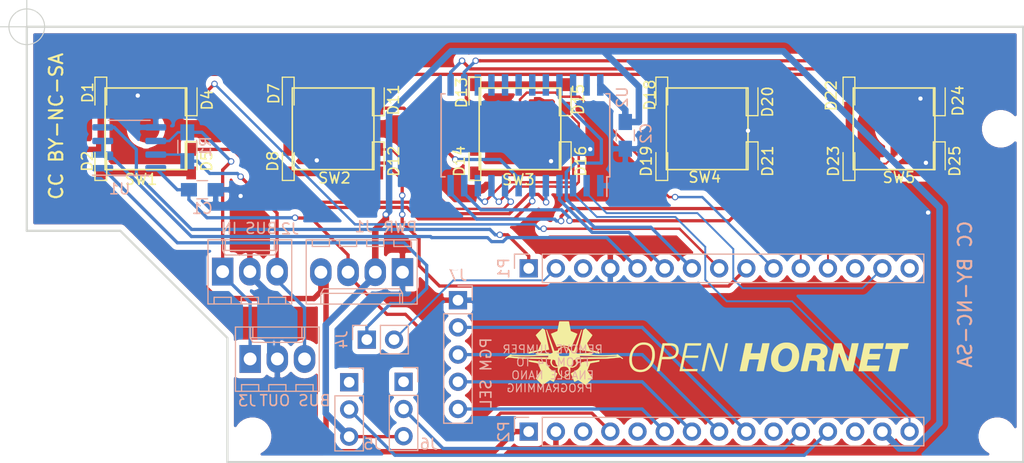
<source format=kicad_pcb>
(kicad_pcb (version 20171130) (host pcbnew "(5.1.4-0-10_14)")
  (title_block (title "ABSIS NANO GENERAL I/O") (date 2017-12-26) (rev -) (company "F/A-18C SIMPIT") (comment 1 "JOHN STEENSEN"))
  (layers (0 F.Cu signal hide) (31 B.Cu signal hide) (34 B.Paste user) (35 F.Paste user) (36 B.SilkS user) (37 F.SilkS user) (38 B.Mask user) (39 F.Mask user) (44 Edge.Cuts user))
  (net 0 "")
  (net 1 "/1(Tx)")
  (net 2 "/0(Rx)")
  (net 3 GND)
  (net 4 /2)
  (net 5 +5V)
  (net 6 +3V3)
  (net 7 +12V)
  (net 8 "Net-(J2-Pad1)")
  (net 9 "Net-(J2-Pad3)")
  (net 10 /RX_ENABLE)
  (net 11 "Net-(P1-Pad3)")
  (net 12 "/3(**)")
  (net 13 /4)
  (net 14 "/5(**)")
  (net 15 "/6(**)")
  (net 16 /7)
  (net 17 /8)
  (net 18 "/9(**)")
  (net 19 "/10(**/SS)")
  (net 20 "/11(**/MOSI)")
  (net 21 "/12(MISO)")
  (net 22 "Net-(P2-Pad3)")
  (net 23 /A7)
  (net 24 /A6)
  (net 25 /A5)
  (net 26 /A4)
  (net 27 /A3)
  (net 28 /A2)
  (net 29 /A1)
  (net 30 /A0)
  (net 31 /AREF)
  (net 32 "/13(SCK)")
  (net 33 "Net-(D24-Pad1)")
  (net 34 "Net-(D20-Pad1)")
  (net 35 "Net-(D15-Pad1)")
  (net 36 "Net-(D11-Pad1)")
  (net 37 "Net-(D4-Pad1)")
  (net 38 "Net-(D13-Pad1)")
  (net 39 "Net-(D1-Pad1)")
  (net 40 "Net-(D14-Pad1)")
  (net 41 "Net-(D2-Pad1)")
  (net 42 "Net-(D11-Pad2)")
  (net 43 "Net-(D12-Pad2)")
  (net 44 "Net-(D18-Pad1)")
  (net 45 "Net-(D19-Pad1)")
  (net 46 "Net-(D22-Pad1)")
  (net 47 "Net-(D23-Pad1)")
  (net 48 "Net-(J5-Pad1)")
  (net 49 "Net-(J6-Pad1)")
  (net 50 "Net-(R11-Pad1)")
  (net 51 "Net-(D12-Pad1)")
  (net 52 "Net-(D25-Pad1)")
  (net 53 "Net-(D5-Pad1)")
  (net 54 "Net-(D16-Pad1)")
  (net 55 "Net-(D21-Pad1)")
  (net 56 "Net-(U2-Pad22)")
  (net 57 "Net-(U2-Pad20)")
  (net 58 "Net-(U2-Pad19)")
  (net 59 "Net-(U2-Pad18)")
  (net 60 "Net-(U2-Pad17)")
  (net 61 "Net-(U2-Pad16)")
  (net 62 "Net-(U2-Pad15)")
  (module "KiCAD Libraries:OH_LOGO_37.7mm_5.9mm" (layer F.Cu) (at 164.36975 112.17275)
    (fp_text reference G*** hide)
    (fp_text value LOGO hide)
  )
  (module "KiCAD Libraries:SWITCH_SNAP_DOME_6.3mm_DIA_SINGLE_SIDE_PCB" (layer F.Cu) (at 181.84495 91.21775 270)
    (fp_text reference SW5 (at 4.5466 -0.4572) (layer F.SilkS))
    (fp_text value SW_Push)
    (pad 1 smd custom (at 1.25 0 270) (size 2.45 0.64) (layers F.Cu F.Paste F.Mask) (net 18 "/9(**)") (options (clearance outline) (anchor rect)) (primitives (gr_line (start 1.163 0.254) (end -0.107 0.254) (width 0.15)) (gr_line (start -0.107 0.254) (end -0.107 -0.254) (width 0.15)) (gr_line (start -0.107 -0.254) (end 1.163 -0.254) (width 0.15)) (gr_line (start 1.163 -0.254) (end 1.163 0.254) (width 0.15)) (gr_poly (pts (xy 0.02 -0.254) (xy 1.163 -0.254) (xy 1.163 0.254) (xy 0.02 0.254)) (width 0.15)) (gr_circle (center -1.25 0) (end -0.045172 0) (width 0.15)) (gr_poly (pts (xy -1.25 -1.143) (xy -0.488 -0.889) (xy -0.107 -0.254) (xy -0.234 0.508) (xy -0.742 1.016) (xy -1.377 1.143) (xy -2.012 0.889) (xy -2.266 0.381) (xy -2.393 -0.127) (xy -2.139 -0.762) (xy -1.631 -1.016)) (width 0.15))))
    (pad 2 smd custom (at 2.4 -1.6 270) (size 0.5 0.5) (layers F.Cu F.Paste F.Mask) (net 3 GND) (options (clearance outline) (anchor rect)) (primitives (gr_poly (pts (xy 0.4956 0.2284) (xy 0.4956 -0.2796) (xy -0.114 -1.2956) (xy -4.7368 -1.2956) (xy -5.2956 -0.3304) (xy -5.2956 3.4796) (xy -4.686 4.4956) (xy -0.114 4.4956) (xy 0.4956 3.4796) (xy 0.4956 2.9716) (xy -0.4696 2.9716) (xy -0.4696 3.5304) (xy -4.3304 3.5304) (xy -4.3304 -0.3304) (xy -0.4696 -0.3304) (xy -0.4696 0.2284)) (width 0.15))))
  )
  (module "KiCAD Libraries:SWITCH_SNAP_DOME_6.3mm_DIA_SINGLE_SIDE_PCB" (layer F.Cu) (at 164.39515 91.21775 90)
    (fp_text reference SW4 (at -4.5212 -0.2286) (layer F.SilkS))
    (fp_text value SW_Push)
    (pad 1 smd custom (at 1.25 0 90) (size 2.45 0.64) (layers F.Cu F.Paste F.Mask) (net 17 /8) (options (clearance outline) (anchor rect)) (primitives (gr_line (start 1.163 0.254) (end -0.107 0.254) (width 0.15)) (gr_line (start -0.107 0.254) (end -0.107 -0.254) (width 0.15)) (gr_line (start -0.107 -0.254) (end 1.163 -0.254) (width 0.15)) (gr_line (start 1.163 -0.254) (end 1.163 0.254) (width 0.15)) (gr_poly (pts (xy 0.02 -0.254) (xy 1.163 -0.254) (xy 1.163 0.254) (xy 0.02 0.254)) (width 0.15)) (gr_circle (center -1.25 0) (end -0.045172 0) (width 0.15)) (gr_poly (pts (xy -1.25 -1.143) (xy -0.488 -0.889) (xy -0.107 -0.254) (xy -0.234 0.508) (xy -0.742 1.016) (xy -1.377 1.143) (xy -2.012 0.889) (xy -2.266 0.381) (xy -2.393 -0.127) (xy -2.139 -0.762) (xy -1.631 -1.016)) (width 0.15))))
    (pad 2 smd custom (at 2.4 -1.6 90) (size 0.5 0.5) (layers F.Cu F.Paste F.Mask) (net 3 GND) (options (clearance outline) (anchor rect)) (primitives (gr_poly (pts (xy 0.4956 0.2284) (xy 0.4956 -0.2796) (xy -0.114 -1.2956) (xy -4.7368 -1.2956) (xy -5.2956 -0.3304) (xy -5.2956 3.4796) (xy -4.686 4.4956) (xy -0.114 4.4956) (xy 0.4956 3.4796) (xy 0.4956 2.9716) (xy -0.4696 2.9716) (xy -0.4696 3.5304) (xy -4.3304 3.5304) (xy -4.3304 -0.3304) (xy -0.4696 -0.3304) (xy -0.4696 0.2284)) (width 0.15))))
  )
  (module "KiCAD Libraries:SWITCH_SNAP_DOME_6.3mm_DIA_SINGLE_SIDE_PCB" (layer F.Cu) (at 111.99495 91.21775 90)
    (fp_text reference SW1 (at -4.7244 -0.4572) (layer F.SilkS))
    (fp_text value SW_Push)
    (pad 1 smd custom (at 1.25 0 90) (size 2.45 0.64) (layers F.Cu F.Paste F.Mask) (net 14 "/5(**)") (options (clearance outline) (anchor rect)) (primitives (gr_line (start 1.163 0.254) (end -0.107 0.254) (width 0.15)) (gr_line (start -0.107 0.254) (end -0.107 -0.254) (width 0.15)) (gr_line (start -0.107 -0.254) (end 1.163 -0.254) (width 0.15)) (gr_line (start 1.163 -0.254) (end 1.163 0.254) (width 0.15)) (gr_poly (pts (xy 0.02 -0.254) (xy 1.163 -0.254) (xy 1.163 0.254) (xy 0.02 0.254)) (width 0.15)) (gr_circle (center -1.25 0) (end -0.045172 0) (width 0.15)) (gr_poly (pts (xy -1.25 -1.143) (xy -0.488 -0.889) (xy -0.107 -0.254) (xy -0.234 0.508) (xy -0.742 1.016) (xy -1.377 1.143) (xy -2.012 0.889) (xy -2.266 0.381) (xy -2.393 -0.127) (xy -2.139 -0.762) (xy -1.631 -1.016)) (width 0.15))))
    (pad 2 smd custom (at 2.4 -1.6 90) (size 0.5 0.5) (layers F.Cu F.Paste F.Mask) (net 3 GND) (options (clearance outline) (anchor rect)) (primitives (gr_poly (pts (xy 0.4956 0.2284) (xy 0.4956 -0.2796) (xy -0.114 -1.2956) (xy -4.7368 -1.2956) (xy -5.2956 -0.3304) (xy -5.2956 3.4796) (xy -4.686 4.4956) (xy -0.114 4.4956) (xy 0.4956 3.4796) (xy 0.4956 2.9716) (xy -0.4696 2.9716) (xy -0.4696 3.5304) (xy -4.3304 3.5304) (xy -4.3304 -0.3304) (xy -0.4696 -0.3304) (xy -0.4696 0.2284)) (width 0.15))))
  )
  (module "KiCAD Libraries:SWITCH_SNAP_DOME_6.3mm_DIA_SINGLE_SIDE_PCB" (layer F.Cu) (at 146.91995 91.21775 90)
    (fp_text reference SW3 (at -4.7498 -0.1524) (layer F.SilkS))
    (fp_text value SW_Push)
    (pad 1 smd custom (at 1.25 0 90) (size 2.45 0.64) (layers F.Cu F.Paste F.Mask) (net 16 /7) (options (clearance outline) (anchor rect)) (primitives (gr_line (start 1.163 0.254) (end -0.107 0.254) (width 0.15)) (gr_line (start -0.107 0.254) (end -0.107 -0.254) (width 0.15)) (gr_line (start -0.107 -0.254) (end 1.163 -0.254) (width 0.15)) (gr_line (start 1.163 -0.254) (end 1.163 0.254) (width 0.15)) (gr_poly (pts (xy 0.02 -0.254) (xy 1.163 -0.254) (xy 1.163 0.254) (xy 0.02 0.254)) (width 0.15)) (gr_circle (center -1.25 0) (end -0.045172 0) (width 0.15)) (gr_poly (pts (xy -1.25 -1.143) (xy -0.488 -0.889) (xy -0.107 -0.254) (xy -0.234 0.508) (xy -0.742 1.016) (xy -1.377 1.143) (xy -2.012 0.889) (xy -2.266 0.381) (xy -2.393 -0.127) (xy -2.139 -0.762) (xy -1.631 -1.016)) (width 0.15))))
    (pad 2 smd custom (at 2.4 -1.6 90) (size 0.5 0.5) (layers F.Cu F.Paste F.Mask) (net 3 GND) (options (clearance outline) (anchor rect)) (primitives (gr_poly (pts (xy 0.4956 0.2284) (xy 0.4956 -0.2796) (xy -0.114 -1.2956) (xy -4.7368 -1.2956) (xy -5.2956 -0.3304) (xy -5.2956 3.4796) (xy -4.686 4.4956) (xy -0.114 4.4956) (xy 0.4956 3.4796) (xy 0.4956 2.9716) (xy -0.4696 2.9716) (xy -0.4696 3.5304) (xy -4.3304 3.5304) (xy -4.3304 -0.3304) (xy -0.4696 -0.3304) (xy -0.4696 0.2284)) (width 0.15))))
  )
  (module "KiCAD Libraries:SWITCH_SNAP_DOME_6.3mm_DIA_SINGLE_SIDE_PCB" (layer F.Cu) (at 129.47015 91.21775 270)
    (fp_text reference SW2 (at 4.5974 -0.127) (layer F.SilkS))
    (fp_text value SW_Push)
    (pad 1 smd custom (at 1.25 0 270) (size 2.45 0.64) (layers F.Cu F.Paste F.Mask) (net 15 "/6(**)") (options (clearance outline) (anchor rect)) (primitives (gr_line (start 1.163 0.254) (end -0.107 0.254) (width 0.15)) (gr_line (start -0.107 0.254) (end -0.107 -0.254) (width 0.15)) (gr_line (start -0.107 -0.254) (end 1.163 -0.254) (width 0.15)) (gr_line (start 1.163 -0.254) (end 1.163 0.254) (width 0.15)) (gr_poly (pts (xy 0.02 -0.254) (xy 1.163 -0.254) (xy 1.163 0.254) (xy 0.02 0.254)) (width 0.15)) (gr_circle (center -1.25 0) (end -0.045172 0) (width 0.15)) (gr_poly (pts (xy -1.25 -1.143) (xy -0.488 -0.889) (xy -0.107 -0.254) (xy -0.234 0.508) (xy -0.742 1.016) (xy -1.377 1.143) (xy -2.012 0.889) (xy -2.266 0.381) (xy -2.393 -0.127) (xy -2.139 -0.762) (xy -1.631 -1.016)) (width 0.15))))
    (pad 2 smd custom (at 2.4 -1.6 270) (size 0.5 0.5) (layers F.Cu F.Paste F.Mask) (net 3 GND) (options (clearance outline) (anchor rect)) (primitives (gr_poly (pts (xy 0.4956 0.2284) (xy 0.4956 -0.2796) (xy -0.114 -1.2956) (xy -4.7368 -1.2956) (xy -5.2956 -0.3304) (xy -5.2956 3.4796) (xy -4.686 4.4956) (xy -0.114 4.4956) (xy 0.4956 3.4796) (xy 0.4956 2.9716) (xy -0.4696 2.9716) (xy -0.4696 3.5304) (xy -4.3304 3.5304) (xy -4.3304 -0.3304) (xy -0.4696 -0.3304) (xy -0.4696 0.2284)) (width 0.15))))
  )
  (module MountingHole:MountingHole_2.5mm (layer F.Cu) (at 191.80175 91.21775 270)
    (fp_text reference P3 (at 0 0.127 270) (layer F.SilkS))
    (fp_text value CONN_01X01)
    (pad 1 np_thru_hole circle (at 0 0 270) (size 2.5 2.5) (drill 2.5) (layers *.Cu *.Mask))
  )
  (module MountingHole:MountingHole_2.5mm (layer F.Cu) (at 191.48425 119.91975 270)
    (fp_text reference P5 (at 0 -0.1905 270) (layer F.SilkS))
    (fp_text value CONN_01X01)
    (pad 1 np_thru_hole circle (at 0 0 270) (size 2.5 2.5) (drill 2.5) (layers *.Cu *.Mask))
  )
  (module MountingHole:MountingHole_2.5mm (layer F.Cu) (at 121.95175 119.91975 270)
    (fp_text reference P4 hide)
    (fp_text value CONN_01X01)
    (pad 1 np_thru_hole circle (at 0 0 270) (size 2.5 2.5) (drill 2.5) (layers *.Cu *.Mask))
  )
  (module MountingHole:MountingHole_2.5mm (layer F.Cu) (at 140.87475 103.15575 270)
    (fp_text reference P6)
    (fp_text value CONN_01X01)
    (pad 1 np_thru_hole circle (at 0 0 270) (size 2.5 2.5) (drill 2.5) (layers *.Cu *.Mask))
  )
  (module Package_SO:SOIC-8_3.9x4.9mm_P1.27mm (layer B.Cu) (at 110.4392 92.9894)
    (fp_text reference U1 (at -0.90805 3.84175) (layer B.SilkS) (effects (justify mirror)))
    (fp_text value MAX487EESA)
    (pad 8 smd roundrect (at 2.475 1.905) (size 1.95 0.6) (layers B.Cu B.Paste B.Mask) (net 5 +5V))
    (pad 7 smd roundrect (at 2.475 0.635) (size 1.95 0.6) (layers B.Cu B.Paste B.Mask) (net 9 "Net-(J2-Pad3)"))
    (pad 6 smd roundrect (at 2.475 -0.635) (size 1.95 0.6) (layers B.Cu B.Paste B.Mask) (net 8 "Net-(J2-Pad1)"))
    (pad 5 smd roundrect (at 2.475 -1.905) (size 1.95 0.6) (layers B.Cu B.Paste B.Mask) (net 3 GND))
    (pad 4 smd roundrect (at -2.475 -1.905) (size 1.95 0.6) (layers B.Cu B.Paste B.Mask) (net 1 "/1(Tx)"))
    (pad 3 smd roundrect (at -2.475 -0.635) (size 1.95 0.6) (layers B.Cu B.Paste B.Mask) (net 4 /2))
    (pad 2 smd roundrect (at -2.475 0.635) (size 1.95 0.6) (layers B.Cu B.Paste B.Mask) (net 4 /2))
    (pad 1 smd roundrect (at -2.475 1.905) (size 1.95 0.6) (layers B.Cu B.Paste B.Mask) (net 10 /RX_ENABLE))
  )
  (module Pin_Headers:Pin_Header_Straight_1x03_Pitch2.54mm (layer B.Cu) (at 130.96875 114.880401 180)
    (fp_text reference J5 (at -2.1844 -5.775949) (layer B.SilkS) (effects (justify mirror)))
    (fp_text value RPOT1)
    (pad 1 thru_hole rect (at 0 0 180) (size 1.7 1.7) (drill 1) (layers *.Cu *.Mask) (net 48 "Net-(J5-Pad1)"))
    (pad 2 thru_hole oval (at 0 -2.54 180) (size 1.7 1.7) (drill 1) (layers *.Cu *.Mask) (net 30 /A0))
    (pad 3 thru_hole oval (at 0 -5.08 180) (size 1.7 1.7) (drill 1) (layers *.Cu *.Mask) (net 6 +3V3))
  )
  (module Pin_Headers:Pin_Header_Straight_1x03_Pitch2.54mm (layer B.Cu) (at 136.04875 114.83975 180)
    (fp_text reference J6 (at -2.3622 -5.8166) (layer B.SilkS) (effects (justify mirror)))
    (fp_text value RPOT2)
    (pad 3 thru_hole oval (at 0 -5.08 180) (size 1.7 1.7) (drill 1) (layers *.Cu *.Mask) (net 6 +3V3))
    (pad 2 thru_hole oval (at 0 -2.54 180) (size 1.7 1.7) (drill 1) (layers *.Cu *.Mask) (net 29 /A1))
    (pad 1 thru_hole rect (at 0 0 180) (size 1.7 1.7) (drill 1) (layers *.Cu *.Mask) (net 49 "Net-(J6-Pad1)"))
  )
  (module Pin_Headers:Pin_Header_Straight_1x05_Pitch2.54mm (layer B.Cu) (at 141.12875 107.21975 180)
    (fp_text reference J7 (at 0 2.33) (layer B.SilkS) (effects (justify mirror)))
    (fp_text value 5POS)
    (pad 5 thru_hole oval (at 0 -10.16 180) (size 1.7 1.7) (drill 1) (layers *.Cu *.Mask) (net 24 /A6))
    (pad 4 thru_hole oval (at 0 -7.62 180) (size 1.7 1.7) (drill 1) (layers *.Cu *.Mask) (net 25 /A5))
    (pad 3 thru_hole oval (at 0 -5.08 180) (size 1.7 1.7) (drill 1) (layers *.Cu *.Mask) (net 26 /A4))
    (pad 2 thru_hole oval (at 0 -2.54 180) (size 1.7 1.7) (drill 1) (layers *.Cu *.Mask) (net 27 /A3))
    (pad 1 thru_hole rect (at 0 0 180) (size 1.7 1.7) (drill 1) (layers *.Cu *.Mask) (net 3 GND))
  )
  (module Capacitors_SMD:C_0805_HandSoldering (layer B.Cu) (at 117.25815 96.90735)
    (fp_text reference C1 (at 0 1.75) (layer B.SilkS) (effects (justify mirror)))
    (fp_text value 0.1uF)
    (pad 1 smd rect (at -1.25 0) (size 1.5 1.25) (layers B.Cu B.Paste B.Mask) (net 5 +5V))
    (pad 2 smd rect (at 1.25 0) (size 1.5 1.25) (layers B.Cu B.Paste B.Mask) (net 3 GND))
  )
  (module Capacitors_SMD:C_0805_HandSoldering (layer B.Cu) (at 156.74975 91.83275 270)
    (fp_text reference C2 (at -0.1832 -1.9304 90) (layer B.SilkS) (effects (justify mirror)))
    (fp_text value 100nF)
    (pad 2 smd rect (at 1.25 0 270) (size 1.5 1.25) (layers B.Cu B.Paste B.Mask) (net 3 GND))
    (pad 1 smd rect (at -1.25 0 270) (size 1.5 1.25) (layers B.Cu B.Paste B.Mask) (net 6 +3V3))
  )
  (module Resistors_SMD:R_0805_HandSoldering (layer B.Cu) (at 115.85575 92.89415 90)
    (fp_text reference R1 (at 0 1.7 90) (layer B.SilkS) (effects (justify mirror)))
    (fp_text value 120)
    (pad 2 smd rect (at 1.35 0 90) (size 1.5 1.3) (layers B.Cu B.Paste B.Mask) (net 8 "Net-(J2-Pad1)"))
    (pad 1 smd rect (at -1.35 0 90) (size 1.5 1.3) (layers B.Cu B.Paste B.Mask) (net 9 "Net-(J2-Pad3)"))
  )
  (module Housings_SOIC:SOIC-24W_7.5x15.4mm_Pitch1.27mm (layer B.Cu) (at 147.42795 91.82735 90)
    (fp_text reference U2 (at 3.556 9.0424 90) (layer B.SilkS) (effects (justify mirror)))
    (fp_text value STP16CPC26)
    (pad 24 smd rect (at 4.7 6.985 90) (size 2 0.6) (layers B.Cu B.Paste B.Mask) (net 6 +3V3))
    (pad 23 smd rect (at 4.7 5.715 90) (size 2 0.6) (layers B.Cu B.Paste B.Mask) (net 50 "Net-(R11-Pad1)"))
    (pad 22 smd rect (at 4.7 4.445 90) (size 2 0.6) (layers B.Cu B.Paste B.Mask) (net 56 "Net-(U2-Pad22)"))
    (pad 21 smd rect (at 4.7 3.175 90) (size 2 0.6) (layers B.Cu B.Paste B.Mask) (net 13 /4))
    (pad 20 smd rect (at 4.7 1.905 90) (size 2 0.6) (layers B.Cu B.Paste B.Mask) (net 57 "Net-(U2-Pad20)"))
    (pad 19 smd rect (at 4.7 0.635 90) (size 2 0.6) (layers B.Cu B.Paste B.Mask) (net 58 "Net-(U2-Pad19)"))
    (pad 18 smd rect (at 4.7 -0.635 90) (size 2 0.6) (layers B.Cu B.Paste B.Mask) (net 59 "Net-(U2-Pad18)"))
    (pad 17 smd rect (at 4.7 -1.905 90) (size 2 0.6) (layers B.Cu B.Paste B.Mask) (net 60 "Net-(U2-Pad17)"))
    (pad 16 smd rect (at 4.7 -3.175 90) (size 2 0.6) (layers B.Cu B.Paste B.Mask) (net 61 "Net-(U2-Pad16)"))
    (pad 15 smd rect (at 4.7 -4.445 90) (size 2 0.6) (layers B.Cu B.Paste B.Mask) (net 62 "Net-(U2-Pad15)"))
    (pad 14 smd rect (at 4.7 -5.715 90) (size 2 0.6) (layers B.Cu B.Paste B.Mask) (net 52 "Net-(D25-Pad1)"))
    (pad 13 smd rect (at 4.7 -6.985 90) (size 2 0.6) (layers B.Cu B.Paste B.Mask) (net 33 "Net-(D24-Pad1)"))
    (pad 12 smd rect (at -4.7 -6.985 90) (size 2 0.6) (layers B.Cu B.Paste B.Mask) (net 55 "Net-(D21-Pad1)"))
    (pad 11 smd rect (at -4.7 -5.715 90) (size 2 0.6) (layers B.Cu B.Paste B.Mask) (net 34 "Net-(D20-Pad1)"))
    (pad 10 smd rect (at -4.7 -4.445 90) (size 2 0.6) (layers B.Cu B.Paste B.Mask) (net 54 "Net-(D16-Pad1)"))
    (pad 9 smd rect (at -4.7 -3.175 90) (size 2 0.6) (layers B.Cu B.Paste B.Mask) (net 35 "Net-(D15-Pad1)"))
    (pad 8 smd rect (at -4.7 -1.905 90) (size 2 0.6) (layers B.Cu B.Paste B.Mask) (net 51 "Net-(D12-Pad1)"))
    (pad 7 smd rect (at -4.7 -0.635 90) (size 2 0.6) (layers B.Cu B.Paste B.Mask) (net 36 "Net-(D11-Pad1)"))
    (pad 6 smd rect (at -4.7 0.635 90) (size 2 0.6) (layers B.Cu B.Paste B.Mask) (net 53 "Net-(D5-Pad1)"))
    (pad 5 smd rect (at -4.7 1.905 90) (size 2 0.6) (layers B.Cu B.Paste B.Mask) (net 37 "Net-(D4-Pad1)"))
    (pad 4 smd rect (at -4.7 3.175 90) (size 2 0.6) (layers B.Cu B.Paste B.Mask) (net 12 "/3(**)"))
    (pad 3 smd rect (at -4.7 4.445 90) (size 2 0.6) (layers B.Cu B.Paste B.Mask) (net 32 "/13(SCK)"))
    (pad 2 smd rect (at -4.7 5.715 90) (size 2 0.6) (layers B.Cu B.Paste B.Mask) (net 20 "/11(**/MOSI)"))
    (pad 1 smd rect (at -4.7 6.985 90) (size 2 0.6) (layers B.Cu B.Paste B.Mask) (net 3 GND))
  )
  (module LEDs:LED_0603_HandSoldering (layer F.Cu) (at 142.70855 94.24035 90)
    (fp_text reference D14 (at 0 -1.45 90) (layer F.SilkS))
    (fp_text value WHT)
    (pad 1 smd rect (at -1.1 0 90) (size 1.2 0.9) (layers F.Cu F.Paste F.Mask) (net 40 "Net-(D14-Pad1)"))
    (pad 2 smd rect (at 1.1 0 90) (size 1.2 0.9) (layers F.Cu F.Paste F.Mask) (net 7 +12V))
  )
  (module LEDs:LED_0603_HandSoldering (layer F.Cu) (at 186.06635 94.24035 270)
    (fp_text reference D25 (at 0 -1.45 270) (layer F.SilkS))
    (fp_text value WHT)
    (pad 2 smd rect (at 1.1 0 270) (size 1.2 0.9) (layers F.Cu F.Paste F.Mask) (net 47 "Net-(D23-Pad1)"))
    (pad 1 smd rect (at -1.1 0 270) (size 1.2 0.9) (layers F.Cu F.Paste F.Mask) (net 52 "Net-(D25-Pad1)"))
  )
  (module LEDs:LED_0603_HandSoldering (layer F.Cu) (at 186.06635 88.19515 90)
    (fp_text reference D24 (at -0.4064 1.7476 90) (layer F.SilkS))
    (fp_text value WHT)
    (pad 1 smd rect (at -1.1 0 90) (size 1.2 0.9) (layers F.Cu F.Paste F.Mask) (net 33 "Net-(D24-Pad1)"))
    (pad 2 smd rect (at 1.1 0 90) (size 1.2 0.9) (layers F.Cu F.Paste F.Mask) (net 46 "Net-(D22-Pad1)"))
  )
  (module LEDs:LED_0603_HandSoldering (layer F.Cu) (at 177.63355 94.24035 90)
    (fp_text reference D23 (at 0 -1.45 90) (layer F.SilkS))
    (fp_text value WHT)
    (pad 2 smd rect (at 1.1 0 90) (size 1.2 0.9) (layers F.Cu F.Paste F.Mask) (net 7 +12V))
    (pad 1 smd rect (at -1.1 0 90) (size 1.2 0.9) (layers F.Cu F.Paste F.Mask) (net 47 "Net-(D23-Pad1)"))
  )
  (module LEDs:LED_0603_HandSoldering (layer F.Cu) (at 177.63355 88.19515 270)
    (fp_text reference D22 (at -0.0762 1.656 270) (layer F.SilkS))
    (fp_text value WHT)
    (pad 1 smd rect (at -1.1 0 270) (size 1.2 0.9) (layers F.Cu F.Paste F.Mask) (net 46 "Net-(D22-Pad1)"))
    (pad 2 smd rect (at 1.1 0 270) (size 1.2 0.9) (layers F.Cu F.Paste F.Mask) (net 7 +12V))
  )
  (module LEDs:LED_0603_HandSoldering (layer F.Cu) (at 168.59115 94.24035 270)
    (fp_text reference D21 (at 0 -1.45 270) (layer F.SilkS))
    (fp_text value WHT)
    (pad 2 smd rect (at 1.1 0 270) (size 1.2 0.9) (layers F.Cu F.Paste F.Mask) (net 45 "Net-(D19-Pad1)"))
    (pad 1 smd rect (at -1.1 0 270) (size 1.2 0.9) (layers F.Cu F.Paste F.Mask) (net 55 "Net-(D21-Pad1)"))
  )
  (module LEDs:LED_0603_HandSoldering (layer F.Cu) (at 168.58615 88.19015 90)
    (fp_text reference D20 (at -0.513 1.4478 90) (layer F.SilkS))
    (fp_text value WHT)
    (pad 1 smd rect (at -1.1 0 90) (size 1.2 0.9) (layers F.Cu F.Paste F.Mask) (net 34 "Net-(D20-Pad1)"))
    (pad 2 smd rect (at 1.1 0 90) (size 1.2 0.9) (layers F.Cu F.Paste F.Mask) (net 44 "Net-(D18-Pad1)"))
  )
  (module LEDs:LED_0603_HandSoldering (layer F.Cu) (at 160.15835 94.24035 90)
    (fp_text reference D19 (at 0 -1.45 90) (layer F.SilkS))
    (fp_text value WHT)
    (pad 2 smd rect (at 1.1 0 90) (size 1.2 0.9) (layers F.Cu F.Paste F.Mask) (net 7 +12V))
    (pad 1 smd rect (at -1.1 0 90) (size 1.2 0.9) (layers F.Cu F.Paste F.Mask) (net 45 "Net-(D19-Pad1)"))
  )
  (module LEDs:LED_0603_HandSoldering (layer F.Cu) (at 160.15835 88.19515 270)
    (fp_text reference D18 (at -0.127 1.1226 270) (layer F.SilkS))
    (fp_text value WHT)
    (pad 1 smd rect (at -1.1 0 270) (size 1.2 0.9) (layers F.Cu F.Paste F.Mask) (net 44 "Net-(D18-Pad1)"))
    (pad 2 smd rect (at 1.1 0 270) (size 1.2 0.9) (layers F.Cu F.Paste F.Mask) (net 7 +12V))
  )
  (module LEDs:LED_0603_HandSoldering (layer F.Cu) (at 151.14135 88.19515 90)
    (fp_text reference D15 (at -0.2794 1.2396 90) (layer F.SilkS))
    (fp_text value WHT)
    (pad 2 smd rect (at 1.1 0 90) (size 1.2 0.9) (layers F.Cu F.Paste F.Mask) (net 38 "Net-(D13-Pad1)"))
    (pad 1 smd rect (at -1.1 0 90) (size 1.2 0.9) (layers F.Cu F.Paste F.Mask) (net 35 "Net-(D15-Pad1)"))
  )
  (module LEDs:LED_0603_HandSoldering (layer F.Cu) (at 133.68655 94.24535 270)
    (fp_text reference D12 (at 0 -1.45 270) (layer F.SilkS))
    (fp_text value WHT)
    (pad 1 smd rect (at -1.1 0 270) (size 1.2 0.9) (layers F.Cu F.Paste F.Mask) (net 51 "Net-(D12-Pad1)"))
    (pad 2 smd rect (at 1.1 0 270) (size 1.2 0.9) (layers F.Cu F.Paste F.Mask) (net 43 "Net-(D12-Pad2)"))
  )
  (module LEDs:LED_0603_HandSoldering (layer F.Cu) (at 133.69155 88.19515 90)
    (fp_text reference D11 (at -0.3302 1.4174 270) (layer F.SilkS))
    (fp_text value WHT)
    (pad 2 smd rect (at 1.1 0 90) (size 1.2 0.9) (layers F.Cu F.Paste F.Mask) (net 42 "Net-(D11-Pad2)"))
    (pad 1 smd rect (at -1.1 0 90) (size 1.2 0.9) (layers F.Cu F.Paste F.Mask) (net 36 "Net-(D11-Pad1)"))
  )
  (module LEDs:LED_0603_HandSoldering (layer F.Cu) (at 125.28415 94.24035 90)
    (fp_text reference D8 (at 0 -1.45 90) (layer F.SilkS))
    (fp_text value WHT)
    (pad 1 smd rect (at -1.1 0 90) (size 1.2 0.9) (layers F.Cu F.Paste F.Mask) (net 43 "Net-(D12-Pad2)"))
    (pad 2 smd rect (at 1.1 0 90) (size 1.2 0.9) (layers F.Cu F.Paste F.Mask) (net 7 +12V))
  )
  (module LEDs:LED_0603_HandSoldering (layer F.Cu) (at 125.27915 88.20015 270)
    (fp_text reference D7 (at -0.259 1.3462 270) (layer F.SilkS))
    (fp_text value WHT)
    (pad 2 smd rect (at 1.1 0 270) (size 1.2 0.9) (layers F.Cu F.Paste F.Mask) (net 7 +12V))
    (pad 1 smd rect (at -1.1 0 270) (size 1.2 0.9) (layers F.Cu F.Paste F.Mask) (net 42 "Net-(D11-Pad2)"))
  )
  (module LEDs:LED_0603_HandSoldering (layer F.Cu) (at 116.21635 94.24035 270)
    (fp_text reference D5 (at 0 -1.45 270) (layer F.SilkS))
    (fp_text value WHT)
    (pad 1 smd rect (at -1.1 0 270) (size 1.2 0.9) (layers F.Cu F.Paste F.Mask) (net 53 "Net-(D5-Pad1)"))
    (pad 2 smd rect (at 1.1 0 270) (size 1.2 0.9) (layers F.Cu F.Paste F.Mask) (net 41 "Net-(D2-Pad1)"))
  )
  (module LEDs:LED_0603_HandSoldering (layer F.Cu) (at 116.21635 88.19515 90)
    (fp_text reference D4 (at -0.3302 1.4936 90) (layer F.SilkS))
    (fp_text value WHT)
    (pad 2 smd rect (at 1.1 0 90) (size 1.2 0.9) (layers F.Cu F.Paste F.Mask) (net 39 "Net-(D1-Pad1)"))
    (pad 1 smd rect (at -1.1 0 90) (size 1.2 0.9) (layers F.Cu F.Paste F.Mask) (net 37 "Net-(D4-Pad1)"))
  )
  (module LEDs:LED_0603_HandSoldering (layer F.Cu) (at 107.78355 94.24035 90)
    (fp_text reference D2 (at -0.010094 -1.263774 90) (layer F.SilkS))
    (fp_text value WHT)
    (pad 1 smd rect (at -1.1 0 90) (size 1.2 0.9) (layers F.Cu F.Paste F.Mask) (net 41 "Net-(D2-Pad1)"))
    (pad 2 smd rect (at 1.1 0 90) (size 1.2 0.9) (layers F.Cu F.Paste F.Mask) (net 7 +12V))
  )
  (module LEDs:LED_0603_HandSoldering (layer F.Cu) (at 151.14135 94.24035 270)
    (fp_text reference D16 (at 0 -1.45 270) (layer F.SilkS))
    (fp_text value WHT)
    (pad 2 smd rect (at 1.1 0 270) (size 1.2 0.9) (layers F.Cu F.Paste F.Mask) (net 40 "Net-(D14-Pad1)"))
    (pad 1 smd rect (at -1.1 0 270) (size 1.2 0.9) (layers F.Cu F.Paste F.Mask) (net 54 "Net-(D16-Pad1)"))
  )
  (module LEDs:LED_0603_HandSoldering (layer F.Cu) (at 107.78355 88.19515 270)
    (fp_text reference D1 (at -0.3556 1.2242 270) (layer F.SilkS))
    (fp_text value WHT)
    (pad 1 smd rect (at -1.1 0 270) (size 1.2 0.9) (layers F.Cu F.Paste F.Mask) (net 39 "Net-(D1-Pad1)"))
    (pad 2 smd rect (at 1.1 0 270) (size 1.2 0.9) (layers F.Cu F.Paste F.Mask) (net 7 +12V))
  )
  (module LEDs:LED_0603_HandSoldering (layer F.Cu) (at 142.70855 88.19515 270)
    (fp_text reference D13 (at -0.3556 1.2496 270) (layer F.SilkS))
    (fp_text value WHT)
    (pad 2 smd rect (at 1.1 0 270) (size 1.2 0.9) (layers F.Cu F.Paste F.Mask) (net 7 +12V))
    (pad 1 smd rect (at -1.1 0 270) (size 1.2 0.9) (layers F.Cu F.Paste F.Mask) (net 38 "Net-(D13-Pad1)"))
  )
  (module Socket_Strips:Socket_Strip_Straight_1x15_Pitch2.54mm (layer B.Cu) (at 147.73275 104.24795 270)
    (fp_text reference P1 (at 0 2.33 270) (layer B.SilkS) (effects (justify mirror)))
    (fp_text value Digital)
    (pad 1 thru_hole rect (at 0 0 270) (size 1.7 1.7) (drill 1) (layers *.Cu *.Mask) (net 1 "/1(Tx)"))
    (pad 2 thru_hole oval (at 0 -2.54 270) (size 1.7 1.7) (drill 1) (layers *.Cu *.Mask) (net 2 "/0(Rx)"))
    (pad 3 thru_hole oval (at 0 -5.08 270) (size 1.7 1.7) (drill 1) (layers *.Cu *.Mask) (net 11 "Net-(P1-Pad3)"))
    (pad 4 thru_hole oval (at 0 -7.62 270) (size 1.7 1.7) (drill 1) (layers *.Cu *.Mask) (net 3 GND))
    (pad 5 thru_hole oval (at 0 -10.16 270) (size 1.7 1.7) (drill 1) (layers *.Cu *.Mask) (net 4 /2))
    (pad 6 thru_hole oval (at 0 -12.7 270) (size 1.7 1.7) (drill 1) (layers *.Cu *.Mask) (net 12 "/3(**)"))
    (pad 7 thru_hole oval (at 0 -15.24 270) (size 1.7 1.7) (drill 1) (layers *.Cu *.Mask) (net 13 /4))
    (pad 8 thru_hole oval (at 0 -17.78 270) (size 1.7 1.7) (drill 1) (layers *.Cu *.Mask) (net 14 "/5(**)"))
    (pad 9 thru_hole oval (at 0 -20.32 270) (size 1.7 1.7) (drill 1) (layers *.Cu *.Mask) (net 15 "/6(**)"))
    (pad 10 thru_hole oval (at 0 -22.86 270) (size 1.7 1.7) (drill 1) (layers *.Cu *.Mask) (net 16 /7))
    (pad 11 thru_hole oval (at 0 -25.4 270) (size 1.7 1.7) (drill 1) (layers *.Cu *.Mask) (net 17 /8))
    (pad 12 thru_hole oval (at 0 -27.94 270) (size 1.7 1.7) (drill 1) (layers *.Cu *.Mask) (net 18 "/9(**)"))
    (pad 13 thru_hole oval (at 0 -30.48 270) (size 1.7 1.7) (drill 1) (layers *.Cu *.Mask) (net 19 "/10(**/SS)"))
    (pad 14 thru_hole oval (at 0 -33.02 270) (size 1.7 1.7) (drill 1) (layers *.Cu *.Mask) (net 20 "/11(**/MOSI)"))
    (pad 15 thru_hole oval (at 0 -35.56 270) (size 1.7 1.7) (drill 1) (layers *.Cu *.Mask) (net 21 "/12(MISO)"))
  )
  (module Socket_Strips:Socket_Strip_Straight_1x15_Pitch2.54mm (layer B.Cu) (at 147.73275 119.48795 270)
    (fp_text reference P2 (at 0 2.33 270) (layer B.SilkS) (effects (justify mirror)))
    (fp_text value Analog)
    (pad 15 thru_hole oval (at 0 -35.56 270) (size 1.7 1.7) (drill 1) (layers *.Cu *.Mask) (net 32 "/13(SCK)"))
    (pad 14 thru_hole oval (at 0 -33.02 270) (size 1.7 1.7) (drill 1) (layers *.Cu *.Mask) (net 6 +3V3))
    (pad 13 thru_hole oval (at 0 -30.48 270) (size 1.7 1.7) (drill 1) (layers *.Cu *.Mask) (net 31 /AREF))
    (pad 12 thru_hole oval (at 0 -27.94 270) (size 1.7 1.7) (drill 1) (layers *.Cu *.Mask) (net 30 /A0))
    (pad 11 thru_hole oval (at 0 -25.4 270) (size 1.7 1.7) (drill 1) (layers *.Cu *.Mask) (net 29 /A1))
    (pad 10 thru_hole oval (at 0 -22.86 270) (size 1.7 1.7) (drill 1) (layers *.Cu *.Mask) (net 28 /A2))
    (pad 9 thru_hole oval (at 0 -20.32 270) (size 1.7 1.7) (drill 1) (layers *.Cu *.Mask) (net 27 /A3))
    (pad 8 thru_hole oval (at 0 -17.78 270) (size 1.7 1.7) (drill 1) (layers *.Cu *.Mask) (net 26 /A4))
    (pad 7 thru_hole oval (at 0 -15.24 270) (size 1.7 1.7) (drill 1) (layers *.Cu *.Mask) (net 25 /A5))
    (pad 6 thru_hole oval (at 0 -12.7 270) (size 1.7 1.7) (drill 1) (layers *.Cu *.Mask) (net 24 /A6))
    (pad 5 thru_hole oval (at 0 -10.16 270) (size 1.7 1.7) (drill 1) (layers *.Cu *.Mask) (net 23 /A7))
    (pad 4 thru_hole oval (at 0 -7.62 270) (size 1.7 1.7) (drill 1) (layers *.Cu *.Mask) (net 5 +5V))
    (pad 3 thru_hole oval (at 0 -5.08 270) (size 1.7 1.7) (drill 1) (layers *.Cu *.Mask) (net 22 "Net-(P2-Pad3)"))
    (pad 2 thru_hole oval (at 0 -2.54 270) (size 1.7 1.7) (drill 1) (layers *.Cu *.Mask) (net 3 GND))
    (pad 1 thru_hole rect (at 0 0 270) (size 1.7 1.7) (drill 1) (layers *.Cu *.Mask) (net 7 +12V))
  )
  (module Pin_Headers:Pin_Header_Straight_1x02_Pitch2.54mm (layer B.Cu) (at 132.61975 110.90275 270)
    (fp_text reference J4 (at 0 2.33 270) (layer B.SilkS) (effects (justify mirror)))
    (fp_text value "PGM SEL" (at 3.0988 -11.1252 270) (layer B.SilkS) (effects (justify mirror)))
    (pad 1 thru_hole rect (at 0 0 270) (size 1.7 1.7) (drill 1) (layers *.Cu *.Mask) (net 10 /RX_ENABLE))
    (pad 2 thru_hole oval (at 0 -2.54 270) (size 1.7 1.7) (drill 1) (layers *.Cu *.Mask) (net 2 "/0(Rx)"))
  )
  (module Connectors_Molex:Molex_KK-6410-04_04x2.54mm_Straight (layer B.Cu) (at 135.94715 104.60355 180)
    (fp_text reference J1 (at 3.6068 4.2418 180) (layer B.SilkS) (effects (justify mirror)))
    (fp_text value PWR (at 0.2032 4.191 180) (layer B.SilkS) (effects (justify mirror)))
    (pad 1 thru_hole rect (at 0 0 180) (size 2 2.6) (drill 1.2) (layers *.Cu *.Mask) (net 3 GND))
    (pad 2 thru_hole oval (at 2.54 0 180) (size 2 2.6) (drill 1.2) (layers *.Cu *.Mask) (net 6 +3V3))
    (pad 3 thru_hole oval (at 5.08 0 180) (size 2 2.6) (drill 1.2) (layers *.Cu *.Mask) (net 5 +5V))
    (pad 4 thru_hole oval (at 7.62 0 180) (size 2 2.6) (drill 1.2) (layers *.Cu *.Mask) (net 7 +12V))
  )
  (module Connectors_Molex:Molex_KK-6410-03_03x2.54mm_Straight (layer B.Cu) (at 119.15775 104.55275)
    (fp_text reference J2 (at 6.2738 -3.9878 -180) (layer B.SilkS) (effects (justify mirror)))
    (fp_text value "BUS IN" (at 2.4638 -4.0386) (layer B.SilkS) (effects (justify mirror)))
    (pad 1 thru_hole rect (at 0 0) (size 2 2.6) (drill 1.2) (layers *.Cu *.Mask) (net 8 "Net-(J2-Pad1)"))
    (pad 2 thru_hole oval (at 2.54 0) (size 2 2.6) (drill 1.2) (layers *.Cu *.Mask) (net 3 GND))
    (pad 3 thru_hole oval (at 5.08 0) (size 2 2.6) (drill 1.2) (layers *.Cu *.Mask) (net 9 "Net-(J2-Pad3)"))
  )
  (module Connectors_Molex:Molex_KK-6410-03_03x2.54mm_Straight (layer B.Cu) (at 121.72315 112.70615)
    (fp_text reference J3 (at -0.2794 3.9116) (layer B.SilkS) (effects (justify mirror)))
    (fp_text value "BUS OUT" (at 4.191 3.8862) (layer B.SilkS) (effects (justify mirror)))
    (pad 1 thru_hole rect (at 0 0) (size 2 2.6) (drill 1.2) (layers *.Cu *.Mask) (net 8 "Net-(J2-Pad1)"))
    (pad 2 thru_hole oval (at 2.54 0) (size 2 2.6) (drill 1.2) (layers *.Cu *.Mask) (net 3 GND))
    (pad 3 thru_hole oval (at 5.08 0) (size 2 2.6) (drill 1.2) (layers *.Cu *.Mask) (net 9 "Net-(J2-Pad3)"))
  )
  (target plus (at 100.86975 81.69275) (size 5) (width 0.1) (layer Edge.Cuts))
  (gr_line (start 100.86975 81.69275) (end 193.89725 81.69275) (layer Edge.Cuts) (width 0.2))
  (gr_line (start 100.86975 100.74275) (end 100.86975 81.69275) (layer Edge.Cuts) (width 0.2))
  (gr_line (start 109.60225 100.74275) (end 100.86975 100.74275) (layer Edge.Cuts) (width 0.2))
  (gr_line (start 193.89725 122.33275) (end 119.60225 122.33275) (layer Edge.Cuts) (width 0.2))
  (gr_line (start 119.60225 122.33275) (end 119.60225 110.74275) (layer Edge.Cuts) (width 0.2))
  (gr_line (start 193.89725 81.69275) (end 193.89725 122.33275) (layer Edge.Cuts) (width 0.2))
  (gr_line (start 109.60225 100.74275) (end 119.60225 110.74275) (layer Edge.Cuts) (width 0.2))
  (gr_text "CC BY-NC-SA" (at 188.47435 106.66095 90) (layer B.SilkS) (effects (font (size 1.25 1.25) (thickness 0.2)) (justify mirror)))
  (gr_text "REMOVE JUMPER \nFROM J4 TO \nENABLE NANO \nPROGRAMMING" (at 149.68855 113.62055) (layer B.SilkS) (effects (font (size 0.75 0.75) (thickness 0.1)) (justify mirror)))
  (gr_text "CC BY-NC-SA" (at 103.61295 90.98915 90) (layer F.SilkS) (effects (font (size 1.25 1.25) (thickness 0.2))))
  (segment (start 145.75782 101.11822) (end 145.460042 101.11822) (width 0.3048) (layer F.Cu) (net 1))
  (segment (start 147.73275 104.24795) (end 147.73275 103.09315) (width 0.3048) (layer F.Cu) (net 1))
  (segment (start 145.460042 101.11822) (end 145.035778 101.11822) (width 0.3048) (layer F.Cu) (net 1))
  (via (at 145.035778 101.11822) (size 0.6) (drill 0.4) (layers F.Cu B.Cu) (net 1))
  (segment (start 147.73275 103.09315) (end 145.75782 101.11822) (width 0.3048) (layer F.Cu) (net 1))
  (segment (start 144.611514 101.11822) (end 145.035778 101.11822) (width 0.3048) (layer B.Cu) (net 1))
  (segment (start 107.9642 91.0844) (end 109.0392 91.0844) (width 0.3048) (layer B.Cu) (net 1))
  (segment (start 109.0392 91.0844) (end 111.100979 93.146179) (width 0.3048) (layer B.Cu) (net 1))
  (segment (start 111.100979 93.146179) (end 111.100979 95.453736) (width 0.3048) (layer B.Cu) (net 1))
  (segment (start 111.100979 95.453736) (end 116.26091 100.613667) (width 0.3048) (layer B.Cu) (net 1))
  (segment (start 116.26091 100.613667) (end 144.106961 100.613667) (width 0.3048) (layer B.Cu) (net 1))
  (segment (start 144.106961 100.613667) (end 144.611514 101.11822) (width 0.3048) (layer B.Cu) (net 1))
  (segment (start 149.422751 105.097949) (end 150.27275 104.24795) (width 0.1778) (layer B.Cu) (net 2))
  (segment (start 149.156049 105.364651) (end 149.422751 105.097949) (width 0.1778) (layer B.Cu) (net 2))
  (segment (start 140.697849 105.364651) (end 149.156049 105.364651) (width 0.1778) (layer B.Cu) (net 2))
  (segment (start 135.15975 110.90275) (end 140.697849 105.364651) (width 0.1778) (layer B.Cu) (net 2))
  (segment (start 123.602739 106.757739) (end 123.602739 112.045739) (width 0.6096) (layer B.Cu) (net 3))
  (segment (start 123.602739 112.045739) (end 124.26315 112.70615) (width 0.6096) (layer B.Cu) (net 3))
  (segment (start 121.69775 104.55275) (end 121.69775 104.85275) (width 0.6096) (layer B.Cu) (net 3))
  (segment (start 121.69775 104.85275) (end 123.602739 106.757739) (width 0.6096) (layer B.Cu) (net 3))
  (segment (start 109.59495 89.01415) (end 109.59495 89.06775) (width 0.2286) (layer F.Cu) (net 3))
  (segment (start 109.80635 88.80275) (end 109.59495 89.01415) (width 0.2286) (layer F.Cu) (net 3))
  (segment (start 109.57995 93.35275) (end 109.59495 93.36775) (width 0.2286) (layer F.Cu) (net 3))
  (segment (start 110.14495 93.36775) (end 110.39495 93.61775) (width 0.2286) (layer F.Cu) (net 3))
  (segment (start 109.59495 93.36775) (end 110.14495 93.36775) (width 0.2286) (layer F.Cu) (net 3))
  (via (at 184.30875 88.39835) (size 0.6) (drill 0.4) (layers F.Cu B.Cu) (net 3))
  (via (at 111.23295 88.11895) (size 0.6) (drill 0.4) (layers F.Cu B.Cu) (net 3))
  (via (at 127.94615 94.16415) (size 0.6) (drill 0.4) (layers F.Cu B.Cu) (net 3))
  (via (at 120.83415 97.49155) (size 0.6) (drill 0.4) (layers F.Cu B.Cu) (net 3))
  (via (at 149.81555 94.24035) (size 0.6) (drill 0.4) (layers F.Cu B.Cu) (net 3))
  (via (at 184.81675 94.39275) (size 0.6) (drill 0.4) (layers F.Cu B.Cu) (net 3))
  (via (at 185.01995 99.04095) (size 0.6) (drill 0.4) (layers F.Cu B.Cu) (net 3))
  (via (at 168.20515 91.39555) (size 0.6) (drill 0.4) (layers F.Cu B.Cu) (net 3))
  (via (at 153.47315 93.12275) (size 0.6) (drill 0.4) (layers F.Cu B.Cu) (net 3))
  (segment (start 107.9642 92.3544) (end 107.9642 93.6244) (width 0.3048) (layer B.Cu) (net 4))
  (segment (start 108.33491 93.99511) (end 108.959838 93.99511) (width 0.3048) (layer B.Cu) (net 4))
  (segment (start 108.959838 93.99511) (end 116.240868 101.27614) (width 0.3048) (layer B.Cu) (net 4))
  (segment (start 145.338275 101.748421) (end 145.708946 101.37775) (width 0.3048) (layer B.Cu) (net 4))
  (segment (start 116.240868 101.27614) (end 138.56843 101.27614) (width 0.3048) (layer B.Cu) (net 4))
  (segment (start 157.042751 103.397951) (end 157.89275 104.24795) (width 0.3048) (layer B.Cu) (net 4))
  (segment (start 138.56843 101.27614) (end 138.67004 101.37775) (width 0.3048) (layer B.Cu) (net 4))
  (segment (start 143.89454 101.37775) (end 144.265211 101.748421) (width 0.3048) (layer B.Cu) (net 4))
  (segment (start 144.265211 101.748421) (end 145.338275 101.748421) (width 0.3048) (layer B.Cu) (net 4))
  (segment (start 145.708946 101.37775) (end 155.02255 101.37775) (width 0.3048) (layer B.Cu) (net 4))
  (segment (start 138.67004 101.37775) (end 143.89454 101.37775) (width 0.3048) (layer B.Cu) (net 4))
  (segment (start 107.9642 93.6244) (end 108.33491 93.99511) (width 0.3048) (layer B.Cu) (net 4))
  (segment (start 155.02255 101.37775) (end 157.042751 103.397951) (width 0.3048) (layer B.Cu) (net 4))
  (segment (start 114.92715 96.90735) (end 116.00815 96.90735) (width 0.3048) (layer B.Cu) (net 5))
  (segment (start 112.9142 94.8944) (end 114.92715 96.90735) (width 0.3048) (layer B.Cu) (net 5))
  (via (at 125.91415 99.52355) (size 0.6) (drill 0.4) (layers F.Cu B.Cu) (net 5))
  (segment (start 116.00815 97.83715) (end 116.00815 96.90735) (width 0.3048) (layer B.Cu) (net 5))
  (segment (start 125.91415 99.52355) (end 117.69455 99.52355) (width 0.3048) (layer B.Cu) (net 5))
  (segment (start 116.00815 97.83715) (end 117.69455 99.52355) (width 0.3048) (layer B.Cu) (net 5))
  (segment (start 134.50415 108.54055) (end 130.86715 104.90355) (width 0.3048) (layer F.Cu) (net 5))
  (segment (start 138.48715 110.80115) (end 136.22655 108.54055) (width 0.3048) (layer F.Cu) (net 5))
  (segment (start 153.62555 117.76075) (end 145.11655 117.76075) (width 0.3048) (layer F.Cu) (net 5))
  (segment (start 155.35275 119.48795) (end 153.62555 117.76075) (width 0.3048) (layer F.Cu) (net 5))
  (segment (start 145.11655 117.76075) (end 143.74495 119.13235) (width 0.3048) (layer F.Cu) (net 5))
  (segment (start 143.74495 119.13235) (end 139.78255 119.13235) (width 0.3048) (layer F.Cu) (net 5))
  (segment (start 136.22655 108.54055) (end 134.50415 108.54055) (width 0.3048) (layer F.Cu) (net 5))
  (segment (start 139.78255 119.13235) (end 138.48715 117.83695) (width 0.3048) (layer F.Cu) (net 5))
  (segment (start 130.86715 104.90355) (end 130.86715 104.60355) (width 0.3048) (layer F.Cu) (net 5))
  (segment (start 138.48715 117.83695) (end 138.48715 110.80115) (width 0.3048) (layer F.Cu) (net 5))
  (segment (start 125.93955 99.54895) (end 125.91415 99.52355) (width 0.3048) (layer F.Cu) (net 5))
  (segment (start 127.41735 99.54895) (end 125.93955 99.54895) (width 0.3048) (layer F.Cu) (net 5))
  (segment (start 130.86715 104.60355) (end 130.86715 102.99875) (width 0.3048) (layer F.Cu) (net 5))
  (segment (start 130.86715 102.99875) (end 127.41735 99.54895) (width 0.3048) (layer F.Cu) (net 5))
  (segment (start 131.009401 119.91975) (end 130.96875 119.960401) (width 1.2192) (layer F.Cu) (net 6))
  (segment (start 156.74975 89.46415) (end 154.41295 87.12735) (width 0.6096) (layer B.Cu) (net 6))
  (segment (start 156.74975 90.58275) (end 156.74975 89.46415) (width 0.6096) (layer B.Cu) (net 6))
  (via (at 134.39775 99.21875) (size 0.6) (drill 0.4) (layers F.Cu B.Cu) (net 6))
  (segment (start 158.01975 90.58275) (end 156.74975 90.58275) (width 0.6096) (layer B.Cu) (net 6))
  (segment (start 134.697749 98.918751) (end 134.697749 89.774751) (width 0.6096) (layer B.Cu) (net 6))
  (segment (start 134.39775 99.21875) (end 134.697749 98.918751) (width 0.6096) (layer B.Cu) (net 6))
  (segment (start 134.697749 89.774751) (end 140.49375 83.97875) (width 0.6096) (layer B.Cu) (net 6))
  (segment (start 140.49375 83.97875) (end 154.71775 83.97875) (width 0.6096) (layer B.Cu) (net 6))
  (segment (start 154.71775 83.97875) (end 158.01975 87.28075) (width 0.6096) (layer B.Cu) (net 6))
  (segment (start 158.01975 87.28075) (end 158.01975 90.58275) (width 0.6096) (layer B.Cu) (net 6))
  (segment (start 134.39775 99.21875) (end 134.39775 99.65055) (width 0.6096) (layer F.Cu) (net 6))
  (segment (start 133.40715 100.64115) (end 133.40715 104.60355) (width 0.6096) (layer F.Cu) (net 6))
  (segment (start 134.39775 99.65055) (end 133.40715 100.64115) (width 0.6096) (layer F.Cu) (net 6))
  (segment (start 133.40715 104.90355) (end 128.78435 109.52635) (width 0.6096) (layer B.Cu) (net 6))
  (segment (start 133.40715 104.60355) (end 133.40715 104.90355) (width 0.6096) (layer B.Cu) (net 6))
  (segment (start 128.78435 117.776001) (end 130.96875 119.960401) (width 0.6096) (layer B.Cu) (net 6))
  (segment (start 128.78435 109.52635) (end 128.78435 117.776001) (width 0.6096) (layer B.Cu) (net 6))
  (segment (start 136.008099 119.960401) (end 136.04875 119.91975) (width 0.3048) (layer F.Cu) (net 6))
  (segment (start 130.96875 119.960401) (end 136.008099 119.960401) (width 0.3048) (layer F.Cu) (net 6))
  (segment (start 182.32755 121.06275) (end 180.75275 119.48795) (width 0.6096) (layer B.Cu) (net 6))
  (segment (start 183.727792 121.06275) (end 182.32755 121.06275) (width 0.6096) (layer B.Cu) (net 6))
  (segment (start 186.08675 118.703792) (end 183.727792 121.06275) (width 0.6096) (layer B.Cu) (net 6))
  (segment (start 186.08675 98.55835) (end 186.08675 118.703792) (width 0.6096) (layer B.Cu) (net 6))
  (segment (start 154.71775 83.97875) (end 171.50715 83.97875) (width 0.6096) (layer B.Cu) (net 6))
  (segment (start 171.50715 83.97875) (end 186.08675 98.55835) (width 0.6096) (layer B.Cu) (net 6))
  (segment (start 142.70855 89.29515) (end 142.70855 93.14035) (width 0.6096) (layer F.Cu) (net 7))
  (segment (start 160.15835 89.29515) (end 160.15835 93.14035) (width 0.6096) (layer F.Cu) (net 7))
  (segment (start 177.63355 89.29515) (end 177.63355 93.14035) (width 0.6096) (layer F.Cu) (net 7))
  (segment (start 159.352749 88.339549) (end 160.15835 89.14515) (width 0.3048) (layer F.Cu) (net 7))
  (segment (start 159.352749 86.210669) (end 159.352749 88.339549) (width 0.3048) (layer F.Cu) (net 7))
  (segment (start 160.15835 89.14515) (end 160.15835 89.29515) (width 0.3048) (layer F.Cu) (net 7))
  (segment (start 159.428869 86.134549) (end 159.352749 86.210669) (width 0.3048) (layer F.Cu) (net 7))
  (segment (start 142.70855 89.14515) (end 142.70855 89.29515) (width 0.3048) (layer F.Cu) (net 7))
  (segment (start 141.902949 88.339549) (end 142.70855 89.14515) (width 0.3048) (layer F.Cu) (net 7))
  (segment (start 141.902949 86.210669) (end 141.902949 88.339549) (width 0.3048) (layer F.Cu) (net 7))
  (segment (start 141.979069 86.134549) (end 141.902949 86.210669) (width 0.3048) (layer F.Cu) (net 7))
  (segment (start 159.428869 86.134549) (end 141.979069 86.134549) (width 0.3048) (layer F.Cu) (net 7))
  (segment (start 125.27915 89.15015) (end 125.27915 89.30015) (width 0.3048) (layer F.Cu) (net 7))
  (segment (start 124.473549 88.344549) (end 125.27915 89.15015) (width 0.3048) (layer F.Cu) (net 7))
  (segment (start 124.473549 86.215669) (end 124.473549 88.344549) (width 0.3048) (layer F.Cu) (net 7))
  (segment (start 124.554669 86.134549) (end 124.473549 86.215669) (width 0.3048) (layer F.Cu) (net 7))
  (segment (start 141.979069 86.134549) (end 124.554669 86.134549) (width 0.3048) (layer F.Cu) (net 7))
  (segment (start 107.78355 89.14515) (end 107.78355 89.29515) (width 0.3048) (layer F.Cu) (net 7))
  (segment (start 106.977949 88.339549) (end 107.78355 89.14515) (width 0.3048) (layer F.Cu) (net 7))
  (segment (start 106.977949 86.210669) (end 106.977949 88.339549) (width 0.3048) (layer F.Cu) (net 7))
  (segment (start 107.054069 86.134549) (end 106.977949 86.210669) (width 0.3048) (layer F.Cu) (net 7))
  (segment (start 124.554669 86.134549) (end 107.054069 86.134549) (width 0.3048) (layer F.Cu) (net 7))
  (segment (start 125.27915 93.13535) (end 125.28415 93.14035) (width 0.6096) (layer F.Cu) (net 7))
  (segment (start 125.27915 89.30015) (end 125.27915 93.13535) (width 0.6096) (layer F.Cu) (net 7))
  (segment (start 107.78355 89.29515) (end 107.78355 93.14035) (width 0.6096) (layer F.Cu) (net 7))
  (segment (start 177.63355 89.29515) (end 176.87875 89.29515) (width 0.3048) (layer F.Cu) (net 7))
  (segment (start 176.87875 89.29515) (end 173.718149 86.134549) (width 0.3048) (layer F.Cu) (net 7))
  (segment (start 173.718149 86.134549) (end 159.428869 86.134549) (width 0.3048) (layer F.Cu) (net 7))
  (segment (start 105.80515 93.14035) (end 107.78355 93.14035) (width 0.508) (layer F.Cu) (net 7))
  (segment (start 105.26395 96.65335) (end 105.26395 93.68155) (width 0.508) (layer F.Cu) (net 7))
  (segment (start 105.26395 93.68155) (end 105.80515 93.14035) (width 0.508) (layer F.Cu) (net 7))
  (segment (start 128.32715 104.60355) (end 128.32715 106.41155) (width 0.508) (layer F.Cu) (net 7))
  (segment (start 128.32715 106.41155) (end 127.67135 107.06735) (width 0.508) (layer F.Cu) (net 7))
  (segment (start 118.549388 107.06735) (end 110.14075 98.658712) (width 0.508) (layer F.Cu) (net 7))
  (segment (start 110.14075 98.658712) (end 107.269312 98.658712) (width 0.508) (layer F.Cu) (net 7))
  (segment (start 127.67135 107.06735) (end 118.549388 107.06735) (width 0.508) (layer F.Cu) (net 7))
  (segment (start 107.269312 98.658712) (end 105.26395 96.65335) (width 0.508) (layer F.Cu) (net 7))
  (segment (start 128.80975 105.08615) (end 128.32715 104.60355) (width 0.508) (layer F.Cu) (net 7))
  (segment (start 128.80975 120.63095) (end 128.80975 105.08615) (width 0.508) (layer F.Cu) (net 7))
  (segment (start 129.54635 121.36755) (end 128.80975 120.63095) (width 0.508) (layer F.Cu) (net 7))
  (segment (start 144.49515 121.36755) (end 129.54635 121.36755) (width 0.508) (layer F.Cu) (net 7))
  (segment (start 147.73275 119.48795) (end 146.37475 119.48795) (width 0.508) (layer F.Cu) (net 7))
  (segment (start 146.37475 119.48795) (end 144.49515 121.36755) (width 0.508) (layer F.Cu) (net 7))
  (segment (start 121.72315 111.10135) (end 121.72315 112.70615) (width 0.3048) (layer B.Cu) (net 8))
  (segment (start 121.72315 107.41815) (end 121.72315 111.10135) (width 0.3048) (layer B.Cu) (net 8))
  (segment (start 119.15775 104.85275) (end 121.72315 107.41815) (width 0.3048) (layer B.Cu) (net 8))
  (segment (start 119.15775 104.55275) (end 119.15775 104.85275) (width 0.3048) (layer B.Cu) (net 8))
  (segment (start 119.15775 104.55275) (end 119.15775 104.85275) (width 0.3048) (layer F.Cu) (net 8))
  (via (at 119.94515 94.26575) (size 0.6) (drill 0.4) (layers F.Cu B.Cu) (net 8))
  (segment (start 119.15775 104.55275) (end 119.15775 95.05315) (width 0.3048) (layer F.Cu) (net 8))
  (segment (start 119.15775 95.05315) (end 119.94515 94.26575) (width 0.3048) (layer F.Cu) (net 8))
  (segment (start 117.22355 91.54415) (end 115.85575 91.54415) (width 0.3048) (layer B.Cu) (net 8))
  (segment (start 119.94515 94.26575) (end 117.22355 91.54415) (width 0.3048) (layer B.Cu) (net 8))
  (segment (start 113.9892 92.3544) (end 112.9142 92.3544) (width 0.2286) (layer B.Cu) (net 8))
  (segment (start 114.1669 92.3544) (end 113.9892 92.3544) (width 0.2286) (layer B.Cu) (net 8))
  (segment (start 114.97715 91.54415) (end 114.1669 92.3544) (width 0.2286) (layer B.Cu) (net 8))
  (segment (start 115.85575 91.54415) (end 114.97715 91.54415) (width 0.2286) (layer B.Cu) (net 8))
  (segment (start 124.36475 104.42575) (end 124.23775 104.55275) (width 0.3048) (layer F.Cu) (net 9))
  (segment (start 115.236 93.6244) (end 115.85575 94.24415) (width 0.2286) (layer B.Cu) (net 9))
  (segment (start 112.9142 93.6244) (end 115.236 93.6244) (width 0.2286) (layer B.Cu) (net 9))
  (via (at 120.83415 95.68815) (size 0.6) (drill 0.4) (layers F.Cu B.Cu) (net 9))
  (segment (start 124.23775 104.55275) (end 124.23775 99.09175) (width 0.3048) (layer F.Cu) (net 9))
  (segment (start 124.23775 99.09175) (end 120.83415 95.68815) (width 0.3048) (layer F.Cu) (net 9))
  (segment (start 116.81055 94.24415) (end 115.85575 94.24415) (width 0.3048) (layer B.Cu) (net 9))
  (segment (start 117.954551 95.388151) (end 116.81055 94.24415) (width 0.3048) (layer B.Cu) (net 9))
  (segment (start 120.534151 95.388151) (end 117.954551 95.388151) (width 0.3048) (layer B.Cu) (net 9))
  (segment (start 120.83415 95.68815) (end 120.534151 95.388151) (width 0.3048) (layer B.Cu) (net 9))
  (segment (start 126.80315 107.93095) (end 126.80315 112.70615) (width 0.3048) (layer B.Cu) (net 9))
  (segment (start 124.23775 104.55275) (end 124.23775 105.36555) (width 0.3048) (layer B.Cu) (net 9))
  (segment (start 124.23775 105.36555) (end 126.80315 107.93095) (width 0.3048) (layer B.Cu) (net 9))
  (segment (start 108.33491 95.26511) (end 107.9642 94.8944) (width 0.3048) (layer B.Cu) (net 10))
  (segment (start 132.61975 110.90275) (end 132.61975 109.74795) (width 0.3048) (layer B.Cu) (net 10))
  (segment (start 114.930161 101.860361) (end 108.33491 95.26511) (width 0.3048) (layer B.Cu) (net 10))
  (segment (start 132.61975 109.74795) (end 134.84315 107.52455) (width 0.3048) (layer B.Cu) (net 10))
  (segment (start 134.84315 107.52455) (end 136.78535 107.52455) (width 0.3048) (layer B.Cu) (net 10))
  (segment (start 136.78535 107.52455) (end 138.20775 106.10215) (width 0.3048) (layer B.Cu) (net 10))
  (segment (start 138.20775 106.10215) (end 138.20775 103.969788) (width 0.3048) (layer B.Cu) (net 10))
  (segment (start 136.098323 101.860361) (end 114.930161 101.860361) (width 0.3048) (layer B.Cu) (net 10))
  (segment (start 138.20775 103.969788) (end 136.098323 101.860361) (width 0.3048) (layer B.Cu) (net 10))
  (segment (start 159.582751 103.397951) (end 160.43275 104.24795) (width 0.3048) (layer B.Cu) (net 12))
  (segment (start 157.079939 100.895139) (end 159.582751 103.397951) (width 0.3048) (layer B.Cu) (net 12))
  (segment (start 153.663862 100.895139) (end 157.079939 100.895139) (width 0.3048) (layer B.Cu) (net 12))
  (segment (start 150.60295 96.52735) (end 150.60295 97.834227) (width 0.3048) (layer B.Cu) (net 12))
  (segment (start 150.60295 97.834227) (end 153.663862 100.895139) (width 0.3048) (layer B.Cu) (net 12))
  (segment (start 162.122751 103.397951) (end 162.97275 104.24795) (width 0.3048) (layer B.Cu) (net 13))
  (segment (start 159.137328 100.412528) (end 162.122751 103.397951) (width 0.3048) (layer B.Cu) (net 13))
  (segment (start 151.33955 97.888312) (end 153.863766 100.412528) (width 0.3048) (layer B.Cu) (net 13))
  (segment (start 151.33955 97.857551) (end 151.33955 97.888312) (width 0.3048) (layer B.Cu) (net 13))
  (segment (start 151.308789 97.857551) (end 151.33955 97.857551) (width 0.3048) (layer B.Cu) (net 13))
  (segment (start 151.242749 97.791511) (end 151.308789 97.857551) (width 0.3048) (layer B.Cu) (net 13))
  (segment (start 150.60295 88.32215) (end 154.51455 92.23375) (width 0.3048) (layer B.Cu) (net 13))
  (segment (start 150.60295 87.12735) (end 150.60295 88.32215) (width 0.3048) (layer B.Cu) (net 13))
  (segment (start 154.51455 92.23375) (end 154.51455 94.41815) (width 0.3048) (layer B.Cu) (net 13))
  (segment (start 154.51455 94.41815) (end 152.087788 94.41815) (width 0.3048) (layer B.Cu) (net 13))
  (segment (start 152.087788 94.41815) (end 151.242749 95.263189) (width 0.3048) (layer B.Cu) (net 13))
  (segment (start 153.863766 100.412528) (end 159.137328 100.412528) (width 0.3048) (layer B.Cu) (net 13))
  (segment (start 151.242749 95.263189) (end 151.242749 97.791511) (width 0.3048) (layer B.Cu) (net 13))
  (via (at 118.39575 87.02675) (size 0.6) (drill 0.4) (layers F.Cu B.Cu) (net 14))
  (segment (start 111.99495 91.21775) (end 111.99495 92.46775) (width 0.2286) (layer F.Cu) (net 14))
  (segment (start 117.17655 88.24595) (end 118.39575 87.02675) (width 0.3048) (layer F.Cu) (net 14))
  (segment (start 115.722788 88.24595) (end 117.17655 88.24595) (width 0.3048) (layer F.Cu) (net 14))
  (segment (start 115.341788 87.86495) (end 115.722788 88.24595) (width 0.3048) (layer F.Cu) (net 14))
  (segment (start 112.62995 87.86495) (end 115.341788 87.86495) (width 0.3048) (layer F.Cu) (net 14))
  (segment (start 111.99495 89.96775) (end 111.99495 88.49995) (width 0.3048) (layer F.Cu) (net 14))
  (segment (start 111.99495 88.49995) (end 112.62995 87.86495) (width 0.3048) (layer F.Cu) (net 14))
  (segment (start 165.51275 104.24795) (end 161.815371 100.550571) (width 0.2286) (layer F.Cu) (net 14))
  (segment (start 149.554014 100.550571) (end 149.12975 100.550571) (width 0.2286) (layer F.Cu) (net 14))
  (via (at 149.12975 100.550571) (size 0.6) (drill 0.4) (layers F.Cu B.Cu) (net 14))
  (segment (start 161.815371 100.550571) (end 149.554014 100.550571) (width 0.2286) (layer F.Cu) (net 14))
  (segment (start 148.705486 100.550571) (end 149.12975 100.550571) (width 0.2286) (layer B.Cu) (net 14))
  (segment (start 148.295999 100.141084) (end 148.705486 100.550571) (width 0.2286) (layer B.Cu) (net 14))
  (segment (start 118.39575 87.02675) (end 131.510084 100.141084) (width 0.2286) (layer B.Cu) (net 14))
  (segment (start 131.510084 100.141084) (end 148.295999 100.141084) (width 0.2286) (layer B.Cu) (net 14))
  (via (at 135.92175 99.21875) (size 0.6) (drill 0.4) (layers F.Cu B.Cu) (net 15))
  (via (at 135.92175 97.44075) (size 0.6) (drill 0.4) (layers F.Cu B.Cu) (net 15))
  (segment (start 135.92175 99.21875) (end 135.92175 97.44075) (width 0.3048) (layer B.Cu) (net 15))
  (segment (start 129.47015 91.21775) (end 129.47015 92.46775) (width 0.2286) (layer F.Cu) (net 15))
  (segment (start 135.92175 99.643014) (end 135.92175 99.21875) (width 0.3048) (layer F.Cu) (net 15))
  (segment (start 139.40155 105.89895) (end 137.49655 103.99395) (width 0.3048) (layer F.Cu) (net 15))
  (segment (start 166.40175 105.89895) (end 139.40155 105.89895) (width 0.3048) (layer F.Cu) (net 15))
  (segment (start 168.05275 104.24795) (end 166.40175 105.89895) (width 0.3048) (layer F.Cu) (net 15))
  (segment (start 137.49655 103.99395) (end 137.49655 101.50475) (width 0.3048) (layer F.Cu) (net 15))
  (segment (start 137.49655 101.50475) (end 135.92175 99.92995) (width 0.3048) (layer F.Cu) (net 15))
  (segment (start 135.92175 99.92995) (end 135.92175 99.643014) (width 0.3048) (layer F.Cu) (net 15))
  (segment (start 129.47015 93.37275) (end 129.47015 92.46775) (width 0.3048) (layer F.Cu) (net 15))
  (segment (start 135.92175 95.936188) (end 134.400711 94.415149) (width 0.3048) (layer F.Cu) (net 15))
  (segment (start 132.972389 94.415149) (end 132.689988 94.69755) (width 0.3048) (layer F.Cu) (net 15))
  (segment (start 132.689988 94.69755) (end 130.79495 94.69755) (width 0.3048) (layer F.Cu) (net 15))
  (segment (start 130.79495 94.69755) (end 129.47015 93.37275) (width 0.3048) (layer F.Cu) (net 15))
  (segment (start 134.400711 94.415149) (end 132.972389 94.415149) (width 0.3048) (layer F.Cu) (net 15))
  (segment (start 135.92175 97.44075) (end 135.92175 95.936188) (width 0.3048) (layer F.Cu) (net 15))
  (segment (start 150.640168 88.22055) (end 152.45715 88.22055) (width 0.2286) (layer F.Cu) (net 16))
  (segment (start 152.45715 88.22055) (end 158.32455 94.08795) (width 0.2286) (layer F.Cu) (net 16))
  (via (at 161.39795 97.59315) (size 0.6) (drill 0.4) (layers F.Cu B.Cu) (net 16))
  (segment (start 160.835368 97.59315) (end 161.39795 97.59315) (width 0.2286) (layer F.Cu) (net 16))
  (segment (start 158.32455 94.08795) (end 158.32455 95.082332) (width 0.2286) (layer F.Cu) (net 16))
  (segment (start 158.32455 95.082332) (end 160.835368 97.59315) (width 0.2286) (layer F.Cu) (net 16))
  (segment (start 163.93795 97.59315) (end 170.59275 104.24795) (width 0.2286) (layer B.Cu) (net 16))
  (segment (start 161.39795 97.59315) (end 163.93795 97.59315) (width 0.2286) (layer B.Cu) (net 16))
  (segment (start 150.640168 88.22055) (end 150.259168 87.83955) (width 0.2286) (layer F.Cu) (net 16))
  (segment (start 150.259168 87.83955) (end 147.55495 87.83955) (width 0.2286) (layer F.Cu) (net 16))
  (segment (start 146.91995 88.47455) (end 146.91995 89.96775) (width 0.2286) (layer F.Cu) (net 16))
  (segment (start 147.55495 87.83955) (end 146.91995 88.47455) (width 0.2286) (layer F.Cu) (net 16))
  (segment (start 164.39515 88.47455) (end 164.39515 89.96775) (width 0.1778) (layer F.Cu) (net 17))
  (segment (start 164.912849 87.956851) (end 164.39515 88.47455) (width 0.1778) (layer F.Cu) (net 17))
  (segment (start 168.782913 87.956851) (end 164.912849 87.956851) (width 0.1778) (layer F.Cu) (net 17))
  (segment (start 173.13275 104.24795) (end 173.13275 92.306688) (width 0.1778) (layer F.Cu) (net 17))
  (segment (start 173.13275 92.306688) (end 168.782913 87.956851) (width 0.1778) (layer F.Cu) (net 17))
  (segment (start 181.103651 94.473649) (end 181.84495 93.73235) (width 0.1778) (layer F.Cu) (net 18))
  (segment (start 176.970189 94.473649) (end 181.103651 94.473649) (width 0.1778) (layer F.Cu) (net 18))
  (segment (start 175.67275 95.771088) (end 176.970189 94.473649) (width 0.1778) (layer F.Cu) (net 18))
  (segment (start 175.67275 104.24795) (end 175.67275 95.771088) (width 0.1778) (layer F.Cu) (net 18))
  (segment (start 181.84495 93.73235) (end 181.84495 92.46775) (width 0.3048) (layer F.Cu) (net 18))
  (segment (start 153.14295 96.52735) (end 153.14295 97.22735) (width 0.1778) (layer B.Cu) (net 20))
  (segment (start 153.14295 97.22735) (end 155.007339 99.091739) (width 0.1778) (layer B.Cu) (net 20))
  (segment (start 179.902751 105.097949) (end 180.75275 104.24795) (width 0.1778) (layer B.Cu) (net 20))
  (segment (start 167.69715 106.10215) (end 178.89855 106.10215) (width 0.1778) (layer B.Cu) (net 20))
  (segment (start 178.89855 106.10215) (end 179.902751 105.097949) (width 0.1778) (layer B.Cu) (net 20))
  (segment (start 166.83355 105.23855) (end 167.69715 106.10215) (width 0.1778) (layer B.Cu) (net 20))
  (segment (start 166.83355 102.44455) (end 166.83355 105.23855) (width 0.1778) (layer B.Cu) (net 20))
  (segment (start 163.480739 99.091739) (end 166.83355 102.44455) (width 0.1778) (layer B.Cu) (net 20))
  (segment (start 155.007339 99.091739) (end 163.480739 99.091739) (width 0.1778) (layer B.Cu) (net 20))
  (segment (start 158.32455 117.37975) (end 160.43275 119.48795) (width 0.3048) (layer B.Cu) (net 24))
  (segment (start 141.12875 117.37975) (end 158.32455 117.37975) (width 0.3048) (layer B.Cu) (net 24))
  (segment (start 158.32455 114.83975) (end 162.97275 119.48795) (width 0.3048) (layer B.Cu) (net 25))
  (segment (start 141.12875 114.83975) (end 158.32455 114.83975) (width 0.3048) (layer B.Cu) (net 25))
  (segment (start 158.32455 112.29975) (end 165.51275 119.48795) (width 0.3048) (layer B.Cu) (net 26))
  (segment (start 141.12875 112.29975) (end 158.32455 112.29975) (width 0.3048) (layer B.Cu) (net 26))
  (segment (start 158.32455 109.75975) (end 168.05275 119.48795) (width 0.3048) (layer B.Cu) (net 27))
  (segment (start 141.12875 109.75975) (end 158.32455 109.75975) (width 0.3048) (layer B.Cu) (net 27))
  (segment (start 172.282751 120.337949) (end 173.13275 119.48795) (width 0.3048) (layer B.Cu) (net 29))
  (segment (start 171.55795 121.06275) (end 172.282751 120.337949) (width 0.3048) (layer B.Cu) (net 29))
  (segment (start 139.73175 121.06275) (end 171.55795 121.06275) (width 0.3048) (layer B.Cu) (net 29))
  (segment (start 136.04875 117.37975) (end 139.73175 121.06275) (width 0.3048) (layer B.Cu) (net 29))
  (segment (start 174.822751 120.337949) (end 175.67275 119.48795) (width 0.3048) (layer B.Cu) (net 30))
  (segment (start 173.46295 121.69775) (end 174.822751 120.337949) (width 0.3048) (layer B.Cu) (net 30))
  (segment (start 135.246099 121.69775) (end 173.46295 121.69775) (width 0.3048) (layer B.Cu) (net 30))
  (segment (start 130.96875 117.420401) (end 135.246099 121.69775) (width 0.3048) (layer B.Cu) (net 30))
  (segment (start 151.87295 97.22735) (end 151.87295 96.52735) (width 0.1778) (layer B.Cu) (net 32))
  (segment (start 154.09295 99.44735) (end 151.87295 97.22735) (width 0.1778) (layer B.Cu) (net 32))
  (segment (start 161.42335 99.44735) (end 154.09295 99.44735) (width 0.1778) (layer B.Cu) (net 32))
  (segment (start 183.29275 118.285869) (end 172.328231 107.32135) (width 0.1778) (layer B.Cu) (net 32))
  (segment (start 183.29275 119.48795) (end 183.29275 118.285869) (width 0.1778) (layer B.Cu) (net 32))
  (segment (start 172.328231 107.32135) (end 166.22395 107.32135) (width 0.1778) (layer B.Cu) (net 32))
  (segment (start 166.22395 107.32135) (end 164.21735 105.31475) (width 0.1778) (layer B.Cu) (net 32))
  (segment (start 164.21735 105.31475) (end 164.21735 102.24135) (width 0.1778) (layer B.Cu) (net 32))
  (segment (start 164.21735 102.24135) (end 161.42335 99.44735) (width 0.1778) (layer B.Cu) (net 32))
  (via (at 141.50975 84.86775) (size 0.6) (drill 0.4) (layers F.Cu B.Cu) (net 33))
  (segment (start 140.44295 85.93455) (end 140.44295 87.12735) (width 0.3048) (layer B.Cu) (net 33))
  (segment (start 141.50975 84.86775) (end 140.44295 85.93455) (width 0.3048) (layer B.Cu) (net 33))
  (segment (start 186.06635 89.14515) (end 186.06635 89.29515) (width 0.3048) (layer F.Cu) (net 33))
  (segment (start 187.12815 88.08335) (end 186.06635 89.14515) (width 0.3048) (layer F.Cu) (net 33))
  (segment (start 187.12815 86.29015) (end 187.12815 88.08335) (width 0.3048) (layer F.Cu) (net 33))
  (segment (start 186.464539 85.626539) (end 187.12815 86.29015) (width 0.3048) (layer F.Cu) (net 33))
  (segment (start 142.268539 85.626539) (end 186.464539 85.626539) (width 0.3048) (layer F.Cu) (net 33))
  (segment (start 141.50975 84.86775) (end 142.268539 85.626539) (width 0.3048) (layer F.Cu) (net 33))
  (via (at 151.54275 99.80295) (size 0.6) (drill 0.4) (layers F.Cu B.Cu) (net 34))
  (segment (start 168.58615 89.29015) (end 168.58615 90.19495) (width 0.3048) (layer F.Cu) (net 34))
  (segment (start 166.455427 99.80295) (end 151.967014 99.80295) (width 0.3048) (layer F.Cu) (net 34))
  (segment (start 168.58615 90.19495) (end 170.08475 91.69355) (width 0.3048) (layer F.Cu) (net 34))
  (segment (start 170.08475 91.69355) (end 170.08475 96.173627) (width 0.3048) (layer F.Cu) (net 34))
  (segment (start 170.08475 96.173627) (end 166.455427 99.80295) (width 0.3048) (layer F.Cu) (net 34))
  (segment (start 151.967014 99.80295) (end 151.54275 99.80295) (width 0.3048) (layer F.Cu) (net 34))
  (segment (start 151.54275 99.530652) (end 151.54275 99.80295) (width 0.3048) (layer B.Cu) (net 34))
  (segment (start 143.267752 98.782152) (end 150.79425 98.782152) (width 0.3048) (layer B.Cu) (net 34))
  (segment (start 141.71295 97.22735) (end 143.267752 98.782152) (width 0.3048) (layer B.Cu) (net 34))
  (segment (start 150.79425 98.782152) (end 151.54275 99.530652) (width 0.3048) (layer B.Cu) (net 34))
  (segment (start 141.71295 96.52735) (end 141.71295 97.22735) (width 0.3048) (layer B.Cu) (net 34))
  (via (at 144.946844 98.02974) (size 0.6) (drill 0.4) (layers F.Cu B.Cu) (net 35))
  (segment (start 144.646845 97.729741) (end 144.946844 98.02974) (width 0.1778) (layer B.Cu) (net 35))
  (segment (start 144.25295 97.335846) (end 144.646845 97.729741) (width 0.1778) (layer B.Cu) (net 35))
  (segment (start 144.25295 96.52735) (end 144.25295 97.335846) (width 0.1778) (layer B.Cu) (net 35))
  (segment (start 150.263929 96.613462) (end 146.363122 96.613462) (width 0.2286) (layer F.Cu) (net 35))
  (segment (start 151.14135 89.44515) (end 152.40635 90.71015) (width 0.2286) (layer F.Cu) (net 35))
  (segment (start 151.14135 89.29515) (end 151.14135 89.44515) (width 0.2286) (layer F.Cu) (net 35))
  (segment (start 152.40635 90.71015) (end 152.40635 96.189962) (width 0.2286) (layer F.Cu) (net 35))
  (segment (start 152.40635 96.189962) (end 151.95745 96.638862) (width 0.2286) (layer F.Cu) (net 35))
  (segment (start 151.95745 96.638862) (end 150.289329 96.638862) (width 0.2286) (layer F.Cu) (net 35))
  (segment (start 146.363122 96.613462) (end 144.946844 98.02974) (width 0.2286) (layer F.Cu) (net 35))
  (segment (start 150.289329 96.638862) (end 150.263929 96.613462) (width 0.2286) (layer F.Cu) (net 35))
  (segment (start 146.79295 96.52735) (end 146.79295 95.82735) (width 0.3048) (layer B.Cu) (net 36))
  (via (at 140.86996 94.084328) (size 0.6) (drill 0.4) (layers F.Cu B.Cu) (net 36))
  (segment (start 145.049928 94.084328) (end 141.294224 94.084328) (width 0.3048) (layer B.Cu) (net 36))
  (segment (start 140.569961 93.784329) (end 140.86996 94.084328) (width 0.3048) (layer F.Cu) (net 36))
  (segment (start 136.080782 89.29515) (end 140.569961 93.784329) (width 0.3048) (layer F.Cu) (net 36))
  (segment (start 133.69155 89.29515) (end 136.080782 89.29515) (width 0.3048) (layer F.Cu) (net 36))
  (segment (start 146.79295 95.82735) (end 145.049928 94.084328) (width 0.3048) (layer B.Cu) (net 36))
  (segment (start 141.294224 94.084328) (end 140.86996 94.084328) (width 0.3048) (layer B.Cu) (net 36))
  (via (at 149.358352 98.07575) (size 0.6) (drill 0.4) (layers F.Cu B.Cu) (net 37))
  (segment (start 145.929361 99.142539) (end 147.727952 97.343948) (width 0.3048) (layer F.Cu) (net 37))
  (segment (start 149.33295 96.52735) (end 149.33295 98.050348) (width 0.3048) (layer B.Cu) (net 37))
  (segment (start 149.33295 98.050348) (end 149.358352 98.07575) (width 0.3048) (layer B.Cu) (net 37))
  (segment (start 116.21635 89.29515) (end 116.97115 89.29515) (width 0.3048) (layer F.Cu) (net 37))
  (segment (start 125.751729 98.075729) (end 136.709129 98.075729) (width 0.3048) (layer F.Cu) (net 37))
  (segment (start 148.62655 97.343948) (end 149.058353 97.775751) (width 0.3048) (layer F.Cu) (net 37))
  (segment (start 147.727952 97.343948) (end 148.62655 97.343948) (width 0.3048) (layer F.Cu) (net 37))
  (segment (start 137.775939 99.142539) (end 145.929361 99.142539) (width 0.3048) (layer F.Cu) (net 37))
  (segment (start 136.709129 98.075729) (end 137.775939 99.142539) (width 0.3048) (layer F.Cu) (net 37))
  (segment (start 149.058353 97.775751) (end 149.358352 98.07575) (width 0.3048) (layer F.Cu) (net 37))
  (segment (start 116.97115 89.29515) (end 125.751729 98.075729) (width 0.3048) (layer F.Cu) (net 37))
  (segment (start 150.08175 87.09515) (end 142.70855 87.09515) (width 0.6096) (layer F.Cu) (net 38))
  (segment (start 151.14135 87.09515) (end 150.08175 87.09515) (width 0.6096) (layer F.Cu) (net 38))
  (segment (start 115.15675 87.09515) (end 107.78355 87.09515) (width 0.6096) (layer F.Cu) (net 39))
  (segment (start 116.21635 87.09515) (end 115.15675 87.09515) (width 0.6096) (layer F.Cu) (net 39))
  (segment (start 143.76815 95.34035) (end 142.70855 95.34035) (width 0.6096) (layer F.Cu) (net 40))
  (segment (start 150.99135 95.34035) (end 143.76815 95.34035) (width 0.6096) (layer F.Cu) (net 40))
  (segment (start 151.14135 95.34035) (end 151.14135 95.49035) (width 0.6096) (layer F.Cu) (net 40))
  (segment (start 151.14135 95.49035) (end 150.99135 95.34035) (width 0.6096) (layer F.Cu) (net 40))
  (segment (start 107.78355 95.34035) (end 116.21635 95.34035) (width 0.6096) (layer F.Cu) (net 41))
  (segment (start 125.28415 87.09515) (end 125.27915 87.10015) (width 0.6096) (layer F.Cu) (net 42))
  (segment (start 133.69155 87.09515) (end 125.28415 87.09515) (width 0.6096) (layer F.Cu) (net 42))
  (segment (start 133.68155 95.34035) (end 133.68655 95.34535) (width 0.6096) (layer F.Cu) (net 43))
  (segment (start 125.28415 95.34035) (end 133.68155 95.34035) (width 0.6096) (layer F.Cu) (net 43))
  (segment (start 168.58115 87.09515) (end 168.58615 87.09015) (width 0.6096) (layer F.Cu) (net 44))
  (segment (start 160.15835 87.09515) (end 168.58115 87.09515) (width 0.6096) (layer F.Cu) (net 44))
  (segment (start 168.59115 95.34035) (end 160.15835 95.34035) (width 0.6096) (layer F.Cu) (net 45))
  (segment (start 177.63355 87.09515) (end 186.06635 87.09515) (width 0.6096) (layer F.Cu) (net 46))
  (segment (start 178.69315 95.34035) (end 186.06635 95.34035) (width 0.6096) (layer F.Cu) (net 47))
  (segment (start 177.63355 95.34035) (end 178.69315 95.34035) (width 0.6096) (layer F.Cu) (net 47))
  (via (at 146.05635 98.02495) (size 0.6) (drill 0.4) (layers F.Cu B.Cu) (net 51))
  (segment (start 145.52295 96.52735) (end 145.52295 97.49155) (width 0.2286) (layer B.Cu) (net 51))
  (segment (start 145.52295 97.49155) (end 146.05635 98.02495) (width 0.2286) (layer B.Cu) (net 51))
  (segment (start 140.106546 98.310554) (end 139.998741 98.20275) (width 0.2286) (layer F.Cu) (net 51))
  (segment (start 139.941445 98.145455) (end 139.941447 98.145455) (width 0.2286) (layer F.Cu) (net 51))
  (segment (start 140.106545 98.310554) (end 139.941445 98.145455) (width 0.2286) (layer F.Cu) (net 51))
  (segment (start 139.941445 98.145455) (end 134.941341 93.14535) (width 0.2286) (layer F.Cu) (net 51))
  (segment (start 134.941341 93.14535) (end 133.68655 93.14535) (width 0.2286) (layer F.Cu) (net 51))
  (segment (start 140.106545 98.310554) (end 140.106546 98.310554) (width 0.2286) (layer F.Cu) (net 51))
  (segment (start 145.756351 98.324949) (end 146.05635 98.02495) (width 0.2286) (layer F.Cu) (net 51))
  (segment (start 140.106546 98.310554) (end 140.49402 98.698028) (width 0.2286) (layer F.Cu) (net 51))
  (segment (start 140.49402 98.698028) (end 145.383272 98.698028) (width 0.2286) (layer F.Cu) (net 51))
  (segment (start 145.383272 98.698028) (end 145.756351 98.324949) (width 0.2286) (layer F.Cu) (net 51))
  (via (at 142.77975 84.86775) (size 0.6) (drill 0.4) (layers F.Cu B.Cu) (net 52))
  (segment (start 141.71295 85.93455) (end 141.71295 87.12735) (width 0.3048) (layer B.Cu) (net 52))
  (segment (start 142.77975 84.86775) (end 141.71295 85.93455) (width 0.3048) (layer B.Cu) (net 52))
  (segment (start 143.204014 84.86775) (end 142.77975 84.86775) (width 0.3048) (layer F.Cu) (net 52))
  (segment (start 187.00115 84.86775) (end 143.204014 84.86775) (width 0.3048) (layer F.Cu) (net 52))
  (segment (start 187.86475 85.73135) (end 187.00115 84.86775) (width 0.3048) (layer F.Cu) (net 52))
  (segment (start 187.86475 90.43715) (end 187.86475 85.73135) (width 0.3048) (layer F.Cu) (net 52))
  (segment (start 186.06635 93.14035) (end 186.06635 92.23555) (width 0.3048) (layer F.Cu) (net 52))
  (segment (start 186.06635 92.23555) (end 187.86475 90.43715) (width 0.3048) (layer F.Cu) (net 52))
  (via (at 148.06295 97.97415) (size 0.6) (drill 0.4) (layers F.Cu B.Cu) (net 53))
  (segment (start 148.06295 96.52735) (end 148.06295 97.97415) (width 0.3048) (layer B.Cu) (net 53))
  (segment (start 146.41195 99.62515) (end 147.762951 98.274149) (width 0.3048) (layer F.Cu) (net 53))
  (segment (start 137.445426 99.62515) (end 146.41195 99.62515) (width 0.3048) (layer F.Cu) (net 53))
  (segment (start 136.378616 98.55834) (end 137.445426 99.62515) (width 0.3048) (layer F.Cu) (net 53))
  (segment (start 125.527302 98.55834) (end 136.378616 98.55834) (width 0.3048) (layer F.Cu) (net 53))
  (segment (start 120.109312 93.14035) (end 125.527302 98.55834) (width 0.3048) (layer F.Cu) (net 53))
  (segment (start 147.762951 98.274149) (end 148.06295 97.97415) (width 0.3048) (layer F.Cu) (net 53))
  (segment (start 116.21635 93.14035) (end 120.109312 93.14035) (width 0.3048) (layer F.Cu) (net 53))
  (via (at 143.64335 98.02495) (size 0.6) (drill 0.4) (layers F.Cu B.Cu) (net 54))
  (segment (start 142.98295 97.59315) (end 142.98295 96.52735) (width 0.2286) (layer B.Cu) (net 54))
  (segment (start 143.64335 98.02495) (end 143.41475 98.02495) (width 0.2286) (layer B.Cu) (net 54))
  (segment (start 143.41475 98.02495) (end 142.98295 97.59315) (width 0.2286) (layer B.Cu) (net 54))
  (segment (start 151.14135 93.14035) (end 151.14135 93.29035) (width 0.2286) (layer F.Cu) (net 54))
  (segment (start 151.14135 93.29035) (end 151.892015 94.041015) (width 0.2286) (layer F.Cu) (net 54))
  (segment (start 145.461249 96.207051) (end 143.943349 97.724951) (width 0.2286) (layer F.Cu) (net 54))
  (segment (start 143.943349 97.724951) (end 143.64335 98.02495) (width 0.2286) (layer F.Cu) (net 54))
  (segment (start 150.457669 96.232451) (end 150.432269 96.207051) (width 0.2286) (layer F.Cu) (net 54))
  (segment (start 151.789111 96.232451) (end 150.457669 96.232451) (width 0.2286) (layer F.Cu) (net 54))
  (segment (start 151.892015 96.129547) (end 151.789111 96.232451) (width 0.2286) (layer F.Cu) (net 54))
  (segment (start 151.892015 94.041015) (end 151.892015 96.129547) (width 0.2286) (layer F.Cu) (net 54))
  (segment (start 150.432269 96.207051) (end 145.461249 96.207051) (width 0.2286) (layer F.Cu) (net 54))
  (segment (start 140.44295 97.22735) (end 142.86615 99.65055) (width 0.3048) (layer B.Cu) (net 55))
  (segment (start 166.872447 98.664751) (end 151.494685 98.664751) (width 0.3048) (layer F.Cu) (net 55))
  (segment (start 151.494685 98.664751) (end 150.75535 99.404086) (width 0.3048) (layer F.Cu) (net 55))
  (segment (start 140.44295 96.52735) (end 140.44295 97.22735) (width 0.3048) (layer B.Cu) (net 55))
  (segment (start 150.75535 99.404086) (end 150.75535 99.82835) (width 0.3048) (layer F.Cu) (net 55))
  (segment (start 150.331086 99.82835) (end 150.75535 99.82835) (width 0.3048) (layer B.Cu) (net 55))
  (segment (start 150.153286 99.65055) (end 150.331086 99.82835) (width 0.3048) (layer B.Cu) (net 55))
  (segment (start 168.59115 93.29035) (end 169.371351 94.070551) (width 0.3048) (layer F.Cu) (net 55))
  (segment (start 169.371351 96.165847) (end 166.872447 98.664751) (width 0.3048) (layer F.Cu) (net 55))
  (segment (start 142.86615 99.65055) (end 150.153286 99.65055) (width 0.3048) (layer B.Cu) (net 55))
  (segment (start 169.371351 94.070551) (end 169.371351 96.165847) (width 0.3048) (layer F.Cu) (net 55))
  (via (at 150.75535 99.82835) (size 0.6) (drill 0.4) (layers F.Cu B.Cu) (net 55))
  (segment (start 168.59115 93.14035) (end 168.59115 93.29035) (width 0.3048) (layer F.Cu) (net 55))
  (zone (net 3) (net_name GND) (layer F.Cu) (connect_pads (clearance 0.508)) (min_thickness 0.254) (fill yes (arc_segments 32) (thermal_gap 0.508) (thermal_bridge_width 0.508))
    (polygon (pts (xy 100.86975 81.69275) (xy 193.83375 81.69275) (xy 193.83375 122.33275) (xy 119.66575 122.33275) (xy 119.66575 110.90275) (xy 109.50575 100.74275) (xy 100.86975 100.74275)))
  )
  (zone (net 3) (net_name GND) (layer B.Cu) (connect_pads (clearance 0.508)) (min_thickness 0.254) (fill yes (arc_segments 32) (thermal_gap 0.508) (thermal_bridge_width 0.508))
    (polygon (pts (xy 100.86975 81.69275) (xy 193.83375 81.69275) (xy 193.83375 122.33275) (xy 119.66575 122.33275) (xy 119.66575 110.90275) (xy 109.50575 100.74275) (xy 100.86975 100.74275)))
  )
)
</source>
